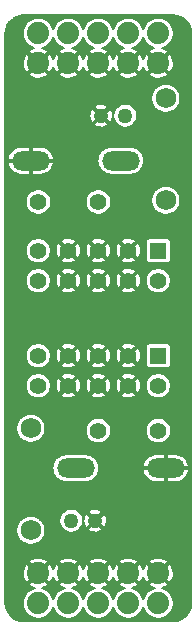
<source format=gbr>
G04 #@! TF.GenerationSoftware,KiCad,Pcbnew,(5.1.5)-3*
G04 #@! TF.CreationDate,2020-03-15T11:41:05-07:00*
G04 #@! TF.ProjectId,bbf-europower,6262662d-6575-4726-9f70-6f7765722e6b,rev?*
G04 #@! TF.SameCoordinates,Original*
G04 #@! TF.FileFunction,Copper,L2,Bot*
G04 #@! TF.FilePolarity,Positive*
%FSLAX46Y46*%
G04 Gerber Fmt 4.6, Leading zero omitted, Abs format (unit mm)*
G04 Created by KiCad (PCBNEW (5.1.5)-3) date 2020-03-15 11:41:05*
%MOMM*%
%LPD*%
G04 APERTURE LIST*
G04 #@! TA.AperFunction,ComponentPad*
%ADD10C,1.879600*%
G04 #@! TD*
G04 #@! TA.AperFunction,ComponentPad*
%ADD11C,1.409600*%
G04 #@! TD*
G04 #@! TA.AperFunction,ComponentPad*
%ADD12R,1.409600X1.409600*%
G04 #@! TD*
G04 #@! TA.AperFunction,ComponentPad*
%ADD13C,1.270000*%
G04 #@! TD*
G04 #@! TA.AperFunction,ComponentPad*
%ADD14O,3.219200X1.609600*%
G04 #@! TD*
G04 #@! TA.AperFunction,ComponentPad*
%ADD15C,1.727200*%
G04 #@! TD*
G04 #@! TA.AperFunction,ComponentPad*
%ADD16C,1.422400*%
G04 #@! TD*
G04 #@! TA.AperFunction,Conductor*
%ADD17C,0.127000*%
G04 #@! TD*
G04 APERTURE END LIST*
D10*
G04 #@! TO.P,JP1,10*
G04 #@! TO.N,VCC*
X153581100Y-80868600D03*
G04 #@! TO.P,JP1,9*
G04 #@! TO.N,GND*
X153581100Y-83408600D03*
G04 #@! TO.P,JP1,8*
G04 #@! TO.N,VCC*
X151041100Y-80868600D03*
G04 #@! TO.P,JP1,7*
G04 #@! TO.N,GND*
X151041100Y-83408600D03*
G04 #@! TO.P,JP1,6*
G04 #@! TO.N,VCC*
X148501100Y-80868600D03*
G04 #@! TO.P,JP1,5*
G04 #@! TO.N,GND*
X148501100Y-83408600D03*
G04 #@! TO.P,JP1,4*
G04 #@! TO.N,VCC*
X145961100Y-80868600D03*
G04 #@! TO.P,JP1,3*
G04 #@! TO.N,GND*
X145961100Y-83408600D03*
G04 #@! TO.P,JP1,2*
G04 #@! TO.N,VCC*
X143421100Y-80868600D03*
G04 #@! TO.P,JP1,1*
G04 #@! TO.N,GND*
X143421100Y-83408600D03*
G04 #@! TD*
G04 #@! TO.P,JP2,10*
G04 #@! TO.N,GND*
X153581100Y-126588600D03*
G04 #@! TO.P,JP2,9*
G04 #@! TO.N,VEE*
X153581100Y-129128600D03*
G04 #@! TO.P,JP2,8*
G04 #@! TO.N,GND*
X151041100Y-126588600D03*
G04 #@! TO.P,JP2,7*
G04 #@! TO.N,VEE*
X151041100Y-129128600D03*
G04 #@! TO.P,JP2,6*
G04 #@! TO.N,GND*
X148501100Y-126588600D03*
G04 #@! TO.P,JP2,5*
G04 #@! TO.N,VEE*
X148501100Y-129128600D03*
G04 #@! TO.P,JP2,4*
G04 #@! TO.N,GND*
X145961100Y-126588600D03*
G04 #@! TO.P,JP2,3*
G04 #@! TO.N,VEE*
X145961100Y-129128600D03*
G04 #@! TO.P,JP2,2*
G04 #@! TO.N,GND*
X143421100Y-126588600D03*
G04 #@! TO.P,JP2,1*
G04 #@! TO.N,VEE*
X143421100Y-129128600D03*
G04 #@! TD*
D11*
G04 #@! TO.P,J1,10*
G04 #@! TO.N,/+12V*
X143421100Y-101823600D03*
G04 #@! TO.P,J1,9*
X143421100Y-99283600D03*
G04 #@! TO.P,J1,8*
G04 #@! TO.N,GND*
X145961100Y-101823600D03*
G04 #@! TO.P,J1,7*
X145961100Y-99283600D03*
G04 #@! TO.P,J1,6*
X148501100Y-101823600D03*
G04 #@! TO.P,J1,5*
X148501100Y-99283600D03*
G04 #@! TO.P,J1,4*
X151041100Y-101823600D03*
G04 #@! TO.P,J1,3*
X151041100Y-99283600D03*
G04 #@! TO.P,J1,2*
G04 #@! TO.N,/-12V*
X153581100Y-101823600D03*
D12*
G04 #@! TO.P,J1,1*
X153581100Y-99283600D03*
G04 #@! TD*
D13*
G04 #@! TO.P,C1,+*
G04 #@! TO.N,VCC*
X150787100Y-87853600D03*
G04 #@! TO.P,C1,-*
G04 #@! TO.N,GND*
X148755100Y-87853600D03*
G04 #@! TD*
G04 #@! TO.P,C2,+*
G04 #@! TO.N,GND*
X148247100Y-122143600D03*
G04 #@! TO.P,C2,-*
G04 #@! TO.N,VEE*
X146215100Y-122143600D03*
G04 #@! TD*
D14*
G04 #@! TO.P,D2,A*
G04 #@! TO.N,Net-(-FUSE1-Pad2)*
X146596100Y-117698600D03*
G04 #@! TO.P,D2,C*
G04 #@! TO.N,GND*
X154216100Y-117698600D03*
G04 #@! TD*
G04 #@! TO.P,D1,A*
G04 #@! TO.N,GND*
X142786100Y-91663600D03*
G04 #@! TO.P,D1,C*
G04 #@! TO.N,Net-(+FUSE1-Pad2)*
X150406100Y-91663600D03*
G04 #@! TD*
D15*
G04 #@! TO.P,L1,1*
G04 #@! TO.N,Net-(+FUSE1-Pad2)*
X154216100Y-95029100D03*
G04 #@! TO.P,L1,2*
G04 #@! TO.N,VCC*
X154216100Y-86393100D03*
G04 #@! TD*
G04 #@! TO.P,L2,1*
G04 #@! TO.N,Net-(-FUSE1-Pad2)*
X142786100Y-114333100D03*
G04 #@! TO.P,L2,2*
G04 #@! TO.N,VEE*
X142786100Y-122969100D03*
G04 #@! TD*
D11*
G04 #@! TO.P,J2,10*
G04 #@! TO.N,/+12V*
X143421100Y-110713600D03*
G04 #@! TO.P,J2,9*
X143421100Y-108173600D03*
G04 #@! TO.P,J2,8*
G04 #@! TO.N,GND*
X145961100Y-110713600D03*
G04 #@! TO.P,J2,7*
X145961100Y-108173600D03*
G04 #@! TO.P,J2,6*
X148501100Y-110713600D03*
G04 #@! TO.P,J2,5*
X148501100Y-108173600D03*
G04 #@! TO.P,J2,4*
X151041100Y-110713600D03*
G04 #@! TO.P,J2,3*
X151041100Y-108173600D03*
G04 #@! TO.P,J2,2*
G04 #@! TO.N,/-12V*
X153581100Y-110713600D03*
D12*
G04 #@! TO.P,J2,1*
X153581100Y-108173600D03*
G04 #@! TD*
D16*
G04 #@! TO.P,+FUSE1,2*
G04 #@! TO.N,Net-(+FUSE1-Pad2)*
X148501100Y-95156100D03*
G04 #@! TO.P,+FUSE1,1*
G04 #@! TO.N,/+12V*
X143421100Y-95156100D03*
G04 #@! TD*
G04 #@! TO.P,-FUSE1,2*
G04 #@! TO.N,Net-(-FUSE1-Pad2)*
X148501100Y-114523600D03*
G04 #@! TO.P,-FUSE1,1*
G04 #@! TO.N,/-12V*
X153581100Y-114523600D03*
G04 #@! TD*
D17*
G04 #@! TO.N,GND*
G36*
X155152415Y-79397350D02*
G01*
X155432636Y-79481954D01*
X155691086Y-79619374D01*
X155917920Y-79804376D01*
X156104502Y-80029914D01*
X156243724Y-80287400D01*
X156330281Y-80567023D01*
X156362801Y-80876426D01*
X156362800Y-129109364D01*
X156332160Y-129421856D01*
X156246991Y-129703949D01*
X156108657Y-129964117D01*
X155922420Y-130192467D01*
X155695377Y-130380292D01*
X155436177Y-130520441D01*
X155154687Y-130607577D01*
X154843354Y-130640300D01*
X142170336Y-130640300D01*
X141857844Y-130609660D01*
X141575751Y-130524491D01*
X141315583Y-130386157D01*
X141087233Y-130199920D01*
X140899408Y-129972877D01*
X140759259Y-129713677D01*
X140672123Y-129432187D01*
X140639400Y-129120854D01*
X140639400Y-128999763D01*
X142113000Y-128999763D01*
X142113000Y-129257437D01*
X142163270Y-129510159D01*
X142261877Y-129748218D01*
X142405033Y-129962465D01*
X142587235Y-130144667D01*
X142801482Y-130287823D01*
X143039541Y-130386430D01*
X143292263Y-130436700D01*
X143549937Y-130436700D01*
X143802659Y-130386430D01*
X144040718Y-130287823D01*
X144254965Y-130144667D01*
X144437167Y-129962465D01*
X144580323Y-129748218D01*
X144678930Y-129510159D01*
X144691100Y-129448977D01*
X144703270Y-129510159D01*
X144801877Y-129748218D01*
X144945033Y-129962465D01*
X145127235Y-130144667D01*
X145341482Y-130287823D01*
X145579541Y-130386430D01*
X145832263Y-130436700D01*
X146089937Y-130436700D01*
X146342659Y-130386430D01*
X146580718Y-130287823D01*
X146794965Y-130144667D01*
X146977167Y-129962465D01*
X147120323Y-129748218D01*
X147218930Y-129510159D01*
X147231100Y-129448977D01*
X147243270Y-129510159D01*
X147341877Y-129748218D01*
X147485033Y-129962465D01*
X147667235Y-130144667D01*
X147881482Y-130287823D01*
X148119541Y-130386430D01*
X148372263Y-130436700D01*
X148629937Y-130436700D01*
X148882659Y-130386430D01*
X149120718Y-130287823D01*
X149334965Y-130144667D01*
X149517167Y-129962465D01*
X149660323Y-129748218D01*
X149758930Y-129510159D01*
X149771100Y-129448977D01*
X149783270Y-129510159D01*
X149881877Y-129748218D01*
X150025033Y-129962465D01*
X150207235Y-130144667D01*
X150421482Y-130287823D01*
X150659541Y-130386430D01*
X150912263Y-130436700D01*
X151169937Y-130436700D01*
X151422659Y-130386430D01*
X151660718Y-130287823D01*
X151874965Y-130144667D01*
X152057167Y-129962465D01*
X152200323Y-129748218D01*
X152298930Y-129510159D01*
X152311100Y-129448977D01*
X152323270Y-129510159D01*
X152421877Y-129748218D01*
X152565033Y-129962465D01*
X152747235Y-130144667D01*
X152961482Y-130287823D01*
X153199541Y-130386430D01*
X153452263Y-130436700D01*
X153709937Y-130436700D01*
X153962659Y-130386430D01*
X154200718Y-130287823D01*
X154414965Y-130144667D01*
X154597167Y-129962465D01*
X154740323Y-129748218D01*
X154838930Y-129510159D01*
X154889200Y-129257437D01*
X154889200Y-128999763D01*
X154838930Y-128747041D01*
X154740323Y-128508982D01*
X154597167Y-128294735D01*
X154414965Y-128112533D01*
X154200718Y-127969377D01*
X153962659Y-127870770D01*
X153903947Y-127859091D01*
X154117766Y-127787599D01*
X154279876Y-127700949D01*
X154380159Y-127512817D01*
X153581100Y-126713758D01*
X152782041Y-127512817D01*
X152882324Y-127700949D01*
X153112759Y-127815900D01*
X153265657Y-127857619D01*
X153199541Y-127870770D01*
X152961482Y-127969377D01*
X152747235Y-128112533D01*
X152565033Y-128294735D01*
X152421877Y-128508982D01*
X152323270Y-128747041D01*
X152311100Y-128808223D01*
X152298930Y-128747041D01*
X152200323Y-128508982D01*
X152057167Y-128294735D01*
X151874965Y-128112533D01*
X151660718Y-127969377D01*
X151422659Y-127870770D01*
X151363947Y-127859091D01*
X151577766Y-127787599D01*
X151739876Y-127700949D01*
X151840159Y-127512817D01*
X151041100Y-126713758D01*
X150242041Y-127512817D01*
X150342324Y-127700949D01*
X150572759Y-127815900D01*
X150725657Y-127857619D01*
X150659541Y-127870770D01*
X150421482Y-127969377D01*
X150207235Y-128112533D01*
X150025033Y-128294735D01*
X149881877Y-128508982D01*
X149783270Y-128747041D01*
X149771100Y-128808223D01*
X149758930Y-128747041D01*
X149660323Y-128508982D01*
X149517167Y-128294735D01*
X149334965Y-128112533D01*
X149120718Y-127969377D01*
X148882659Y-127870770D01*
X148823947Y-127859091D01*
X149037766Y-127787599D01*
X149199876Y-127700949D01*
X149300159Y-127512817D01*
X148501100Y-126713758D01*
X147702041Y-127512817D01*
X147802324Y-127700949D01*
X148032759Y-127815900D01*
X148185657Y-127857619D01*
X148119541Y-127870770D01*
X147881482Y-127969377D01*
X147667235Y-128112533D01*
X147485033Y-128294735D01*
X147341877Y-128508982D01*
X147243270Y-128747041D01*
X147231100Y-128808223D01*
X147218930Y-128747041D01*
X147120323Y-128508982D01*
X146977167Y-128294735D01*
X146794965Y-128112533D01*
X146580718Y-127969377D01*
X146342659Y-127870770D01*
X146283947Y-127859091D01*
X146497766Y-127787599D01*
X146659876Y-127700949D01*
X146760159Y-127512817D01*
X145961100Y-126713758D01*
X145162041Y-127512817D01*
X145262324Y-127700949D01*
X145492759Y-127815900D01*
X145645657Y-127857619D01*
X145579541Y-127870770D01*
X145341482Y-127969377D01*
X145127235Y-128112533D01*
X144945033Y-128294735D01*
X144801877Y-128508982D01*
X144703270Y-128747041D01*
X144691100Y-128808223D01*
X144678930Y-128747041D01*
X144580323Y-128508982D01*
X144437167Y-128294735D01*
X144254965Y-128112533D01*
X144040718Y-127969377D01*
X143802659Y-127870770D01*
X143743947Y-127859091D01*
X143957766Y-127787599D01*
X144119876Y-127700949D01*
X144220159Y-127512817D01*
X143421100Y-126713758D01*
X142622041Y-127512817D01*
X142722324Y-127700949D01*
X142952759Y-127815900D01*
X143105657Y-127857619D01*
X143039541Y-127870770D01*
X142801482Y-127969377D01*
X142587235Y-128112533D01*
X142405033Y-128294735D01*
X142261877Y-128508982D01*
X142163270Y-128747041D01*
X142113000Y-128999763D01*
X140639400Y-128999763D01*
X140639400Y-126625577D01*
X142107997Y-126625577D01*
X142140442Y-126881041D01*
X142222101Y-127125266D01*
X142308751Y-127287376D01*
X142496883Y-127387659D01*
X143295942Y-126588600D01*
X143546258Y-126588600D01*
X144345317Y-127387659D01*
X144533449Y-127287376D01*
X144648400Y-127056941D01*
X144689226Y-126907313D01*
X144762101Y-127125266D01*
X144848751Y-127287376D01*
X145036883Y-127387659D01*
X145835942Y-126588600D01*
X146086258Y-126588600D01*
X146885317Y-127387659D01*
X147073449Y-127287376D01*
X147188400Y-127056941D01*
X147229226Y-126907313D01*
X147302101Y-127125266D01*
X147388751Y-127287376D01*
X147576883Y-127387659D01*
X148375942Y-126588600D01*
X148626258Y-126588600D01*
X149425317Y-127387659D01*
X149613449Y-127287376D01*
X149728400Y-127056941D01*
X149769226Y-126907313D01*
X149842101Y-127125266D01*
X149928751Y-127287376D01*
X150116883Y-127387659D01*
X150915942Y-126588600D01*
X151166258Y-126588600D01*
X151965317Y-127387659D01*
X152153449Y-127287376D01*
X152268400Y-127056941D01*
X152309226Y-126907313D01*
X152382101Y-127125266D01*
X152468751Y-127287376D01*
X152656883Y-127387659D01*
X153455942Y-126588600D01*
X153706258Y-126588600D01*
X154505317Y-127387659D01*
X154693449Y-127287376D01*
X154808400Y-127056941D01*
X154876186Y-126808507D01*
X154894203Y-126551623D01*
X154861758Y-126296159D01*
X154780099Y-126051934D01*
X154693449Y-125889824D01*
X154505317Y-125789541D01*
X153706258Y-126588600D01*
X153455942Y-126588600D01*
X152656883Y-125789541D01*
X152468751Y-125889824D01*
X152353800Y-126120259D01*
X152312974Y-126269887D01*
X152240099Y-126051934D01*
X152153449Y-125889824D01*
X151965317Y-125789541D01*
X151166258Y-126588600D01*
X150915942Y-126588600D01*
X150116883Y-125789541D01*
X149928751Y-125889824D01*
X149813800Y-126120259D01*
X149772974Y-126269887D01*
X149700099Y-126051934D01*
X149613449Y-125889824D01*
X149425317Y-125789541D01*
X148626258Y-126588600D01*
X148375942Y-126588600D01*
X147576883Y-125789541D01*
X147388751Y-125889824D01*
X147273800Y-126120259D01*
X147232974Y-126269887D01*
X147160099Y-126051934D01*
X147073449Y-125889824D01*
X146885317Y-125789541D01*
X146086258Y-126588600D01*
X145835942Y-126588600D01*
X145036883Y-125789541D01*
X144848751Y-125889824D01*
X144733800Y-126120259D01*
X144692974Y-126269887D01*
X144620099Y-126051934D01*
X144533449Y-125889824D01*
X144345317Y-125789541D01*
X143546258Y-126588600D01*
X143295942Y-126588600D01*
X142496883Y-125789541D01*
X142308751Y-125889824D01*
X142193800Y-126120259D01*
X142126014Y-126368693D01*
X142107997Y-126625577D01*
X140639400Y-126625577D01*
X140639400Y-125664383D01*
X142622041Y-125664383D01*
X143421100Y-126463442D01*
X144220159Y-125664383D01*
X145162041Y-125664383D01*
X145961100Y-126463442D01*
X146760159Y-125664383D01*
X147702041Y-125664383D01*
X148501100Y-126463442D01*
X149300159Y-125664383D01*
X150242041Y-125664383D01*
X151041100Y-126463442D01*
X151840159Y-125664383D01*
X152782041Y-125664383D01*
X153581100Y-126463442D01*
X154380159Y-125664383D01*
X154279876Y-125476251D01*
X154049441Y-125361300D01*
X153801007Y-125293514D01*
X153544123Y-125275497D01*
X153288659Y-125307942D01*
X153044434Y-125389601D01*
X152882324Y-125476251D01*
X152782041Y-125664383D01*
X151840159Y-125664383D01*
X151739876Y-125476251D01*
X151509441Y-125361300D01*
X151261007Y-125293514D01*
X151004123Y-125275497D01*
X150748659Y-125307942D01*
X150504434Y-125389601D01*
X150342324Y-125476251D01*
X150242041Y-125664383D01*
X149300159Y-125664383D01*
X149199876Y-125476251D01*
X148969441Y-125361300D01*
X148721007Y-125293514D01*
X148464123Y-125275497D01*
X148208659Y-125307942D01*
X147964434Y-125389601D01*
X147802324Y-125476251D01*
X147702041Y-125664383D01*
X146760159Y-125664383D01*
X146659876Y-125476251D01*
X146429441Y-125361300D01*
X146181007Y-125293514D01*
X145924123Y-125275497D01*
X145668659Y-125307942D01*
X145424434Y-125389601D01*
X145262324Y-125476251D01*
X145162041Y-125664383D01*
X144220159Y-125664383D01*
X144119876Y-125476251D01*
X143889441Y-125361300D01*
X143641007Y-125293514D01*
X143384123Y-125275497D01*
X143128659Y-125307942D01*
X142884434Y-125389601D01*
X142722324Y-125476251D01*
X142622041Y-125664383D01*
X140639400Y-125664383D01*
X140639400Y-122847768D01*
X141554200Y-122847768D01*
X141554200Y-123090432D01*
X141601541Y-123328432D01*
X141694404Y-123552624D01*
X141829221Y-123754391D01*
X142000809Y-123925979D01*
X142202576Y-124060796D01*
X142426768Y-124153659D01*
X142664768Y-124201000D01*
X142907432Y-124201000D01*
X143145432Y-124153659D01*
X143369624Y-124060796D01*
X143571391Y-123925979D01*
X143742979Y-123754391D01*
X143877796Y-123552624D01*
X143970659Y-123328432D01*
X144018000Y-123090432D01*
X144018000Y-122847768D01*
X143970659Y-122609768D01*
X143877796Y-122385576D01*
X143742979Y-122183809D01*
X143603954Y-122044784D01*
X145211800Y-122044784D01*
X145211800Y-122242416D01*
X145250356Y-122436252D01*
X145325987Y-122618841D01*
X145435786Y-122783167D01*
X145575533Y-122922914D01*
X145739859Y-123032713D01*
X145922448Y-123108344D01*
X146116284Y-123146900D01*
X146313916Y-123146900D01*
X146507752Y-123108344D01*
X146690341Y-123032713D01*
X146854667Y-122922914D01*
X146927095Y-122850486D01*
X147665372Y-122850486D01*
X147728882Y-123007432D01*
X147907365Y-123091933D01*
X148098904Y-123139991D01*
X148296137Y-123149757D01*
X148491487Y-123120858D01*
X148677444Y-123054402D01*
X148765318Y-123007432D01*
X148828828Y-122850486D01*
X148247100Y-122268758D01*
X147665372Y-122850486D01*
X146927095Y-122850486D01*
X146994414Y-122783167D01*
X147104213Y-122618841D01*
X147179844Y-122436252D01*
X147218400Y-122242416D01*
X147218400Y-122192637D01*
X147240943Y-122192637D01*
X147269842Y-122387987D01*
X147336298Y-122573944D01*
X147383268Y-122661818D01*
X147540214Y-122725328D01*
X148121942Y-122143600D01*
X148372258Y-122143600D01*
X148953986Y-122725328D01*
X149110932Y-122661818D01*
X149195433Y-122483335D01*
X149243491Y-122291796D01*
X149253257Y-122094563D01*
X149224358Y-121899213D01*
X149157902Y-121713256D01*
X149110932Y-121625382D01*
X148953986Y-121561872D01*
X148372258Y-122143600D01*
X148121942Y-122143600D01*
X147540214Y-121561872D01*
X147383268Y-121625382D01*
X147298767Y-121803865D01*
X147250709Y-121995404D01*
X147240943Y-122192637D01*
X147218400Y-122192637D01*
X147218400Y-122044784D01*
X147179844Y-121850948D01*
X147104213Y-121668359D01*
X146994414Y-121504033D01*
X146927095Y-121436714D01*
X147665372Y-121436714D01*
X148247100Y-122018442D01*
X148828828Y-121436714D01*
X148765318Y-121279768D01*
X148586835Y-121195267D01*
X148395296Y-121147209D01*
X148198063Y-121137443D01*
X148002713Y-121166342D01*
X147816756Y-121232798D01*
X147728882Y-121279768D01*
X147665372Y-121436714D01*
X146927095Y-121436714D01*
X146854667Y-121364286D01*
X146690341Y-121254487D01*
X146507752Y-121178856D01*
X146313916Y-121140300D01*
X146116284Y-121140300D01*
X145922448Y-121178856D01*
X145739859Y-121254487D01*
X145575533Y-121364286D01*
X145435786Y-121504033D01*
X145325987Y-121668359D01*
X145250356Y-121850948D01*
X145211800Y-122044784D01*
X143603954Y-122044784D01*
X143571391Y-122012221D01*
X143369624Y-121877404D01*
X143145432Y-121784541D01*
X142907432Y-121737200D01*
X142664768Y-121737200D01*
X142426768Y-121784541D01*
X142202576Y-121877404D01*
X142000809Y-122012221D01*
X141829221Y-122183809D01*
X141694404Y-122385576D01*
X141601541Y-122609768D01*
X141554200Y-122847768D01*
X140639400Y-122847768D01*
X140639400Y-117698600D01*
X144612524Y-117698600D01*
X144635174Y-117928568D01*
X144702253Y-118149698D01*
X144811184Y-118353493D01*
X144957779Y-118532121D01*
X145136407Y-118678716D01*
X145340202Y-118787647D01*
X145561332Y-118854726D01*
X145733671Y-118871700D01*
X147458529Y-118871700D01*
X147630868Y-118854726D01*
X147851998Y-118787647D01*
X148055793Y-118678716D01*
X148234421Y-118532121D01*
X148381016Y-118353493D01*
X148489947Y-118149698D01*
X148544799Y-117968875D01*
X152270581Y-117968875D01*
X152294369Y-118065456D01*
X152387401Y-118276309D01*
X152519780Y-118464961D01*
X152686420Y-118624163D01*
X152880917Y-118747796D01*
X153095796Y-118831109D01*
X153322800Y-118870900D01*
X154127600Y-118870900D01*
X154127600Y-117787100D01*
X154304600Y-117787100D01*
X154304600Y-118870900D01*
X155109400Y-118870900D01*
X155336404Y-118831109D01*
X155551283Y-118747796D01*
X155745780Y-118624163D01*
X155912420Y-118464961D01*
X156044799Y-118276309D01*
X156137831Y-118065456D01*
X156161619Y-117968875D01*
X156097694Y-117787100D01*
X154304600Y-117787100D01*
X154127600Y-117787100D01*
X152334506Y-117787100D01*
X152270581Y-117968875D01*
X148544799Y-117968875D01*
X148557026Y-117928568D01*
X148579676Y-117698600D01*
X148557026Y-117468632D01*
X148544800Y-117428325D01*
X152270581Y-117428325D01*
X152334506Y-117610100D01*
X154127600Y-117610100D01*
X154127600Y-116526300D01*
X154304600Y-116526300D01*
X154304600Y-117610100D01*
X156097694Y-117610100D01*
X156161619Y-117428325D01*
X156137831Y-117331744D01*
X156044799Y-117120891D01*
X155912420Y-116932239D01*
X155745780Y-116773037D01*
X155551283Y-116649404D01*
X155336404Y-116566091D01*
X155109400Y-116526300D01*
X154304600Y-116526300D01*
X154127600Y-116526300D01*
X153322800Y-116526300D01*
X153095796Y-116566091D01*
X152880917Y-116649404D01*
X152686420Y-116773037D01*
X152519780Y-116932239D01*
X152387401Y-117120891D01*
X152294369Y-117331744D01*
X152270581Y-117428325D01*
X148544800Y-117428325D01*
X148489947Y-117247502D01*
X148381016Y-117043707D01*
X148234421Y-116865079D01*
X148055793Y-116718484D01*
X147851998Y-116609553D01*
X147630868Y-116542474D01*
X147458529Y-116525500D01*
X145733671Y-116525500D01*
X145561332Y-116542474D01*
X145340202Y-116609553D01*
X145136407Y-116718484D01*
X144957779Y-116865079D01*
X144811184Y-117043707D01*
X144702253Y-117247502D01*
X144635174Y-117468632D01*
X144612524Y-117698600D01*
X140639400Y-117698600D01*
X140639400Y-114211768D01*
X141554200Y-114211768D01*
X141554200Y-114454432D01*
X141601541Y-114692432D01*
X141694404Y-114916624D01*
X141829221Y-115118391D01*
X142000809Y-115289979D01*
X142202576Y-115424796D01*
X142426768Y-115517659D01*
X142664768Y-115565000D01*
X142907432Y-115565000D01*
X143145432Y-115517659D01*
X143369624Y-115424796D01*
X143571391Y-115289979D01*
X143742979Y-115118391D01*
X143877796Y-114916624D01*
X143970659Y-114692432D01*
X144018000Y-114454432D01*
X144018000Y-114417279D01*
X147421600Y-114417279D01*
X147421600Y-114629921D01*
X147463085Y-114838478D01*
X147544460Y-115034935D01*
X147662598Y-115211741D01*
X147812959Y-115362102D01*
X147989765Y-115480240D01*
X148186222Y-115561615D01*
X148394779Y-115603100D01*
X148607421Y-115603100D01*
X148815978Y-115561615D01*
X149012435Y-115480240D01*
X149189241Y-115362102D01*
X149339602Y-115211741D01*
X149457740Y-115034935D01*
X149539115Y-114838478D01*
X149580600Y-114629921D01*
X149580600Y-114417279D01*
X152501600Y-114417279D01*
X152501600Y-114629921D01*
X152543085Y-114838478D01*
X152624460Y-115034935D01*
X152742598Y-115211741D01*
X152892959Y-115362102D01*
X153069765Y-115480240D01*
X153266222Y-115561615D01*
X153474779Y-115603100D01*
X153687421Y-115603100D01*
X153895978Y-115561615D01*
X154092435Y-115480240D01*
X154269241Y-115362102D01*
X154419602Y-115211741D01*
X154537740Y-115034935D01*
X154619115Y-114838478D01*
X154660600Y-114629921D01*
X154660600Y-114417279D01*
X154619115Y-114208722D01*
X154537740Y-114012265D01*
X154419602Y-113835459D01*
X154269241Y-113685098D01*
X154092435Y-113566960D01*
X153895978Y-113485585D01*
X153687421Y-113444100D01*
X153474779Y-113444100D01*
X153266222Y-113485585D01*
X153069765Y-113566960D01*
X152892959Y-113685098D01*
X152742598Y-113835459D01*
X152624460Y-114012265D01*
X152543085Y-114208722D01*
X152501600Y-114417279D01*
X149580600Y-114417279D01*
X149539115Y-114208722D01*
X149457740Y-114012265D01*
X149339602Y-113835459D01*
X149189241Y-113685098D01*
X149012435Y-113566960D01*
X148815978Y-113485585D01*
X148607421Y-113444100D01*
X148394779Y-113444100D01*
X148186222Y-113485585D01*
X147989765Y-113566960D01*
X147812959Y-113685098D01*
X147662598Y-113835459D01*
X147544460Y-114012265D01*
X147463085Y-114208722D01*
X147421600Y-114417279D01*
X144018000Y-114417279D01*
X144018000Y-114211768D01*
X143970659Y-113973768D01*
X143877796Y-113749576D01*
X143742979Y-113547809D01*
X143571391Y-113376221D01*
X143369624Y-113241404D01*
X143145432Y-113148541D01*
X142907432Y-113101200D01*
X142664768Y-113101200D01*
X142426768Y-113148541D01*
X142202576Y-113241404D01*
X142000809Y-113376221D01*
X141829221Y-113547809D01*
X141694404Y-113749576D01*
X141601541Y-113973768D01*
X141554200Y-114211768D01*
X140639400Y-114211768D01*
X140639400Y-110607909D01*
X142348000Y-110607909D01*
X142348000Y-110819291D01*
X142389239Y-111026612D01*
X142470131Y-111221903D01*
X142587569Y-111397661D01*
X142737039Y-111547131D01*
X142912797Y-111664569D01*
X143108088Y-111745461D01*
X143315409Y-111786700D01*
X143526791Y-111786700D01*
X143734112Y-111745461D01*
X143929403Y-111664569D01*
X144105161Y-111547131D01*
X144181994Y-111470298D01*
X145329560Y-111470298D01*
X145401506Y-111634380D01*
X145591894Y-111725859D01*
X145796471Y-111778437D01*
X146007374Y-111790094D01*
X146216498Y-111760382D01*
X146415809Y-111690443D01*
X146520694Y-111634380D01*
X146592640Y-111470298D01*
X147869560Y-111470298D01*
X147941506Y-111634380D01*
X148131894Y-111725859D01*
X148336471Y-111778437D01*
X148547374Y-111790094D01*
X148756498Y-111760382D01*
X148955809Y-111690443D01*
X149060694Y-111634380D01*
X149132640Y-111470298D01*
X150409560Y-111470298D01*
X150481506Y-111634380D01*
X150671894Y-111725859D01*
X150876471Y-111778437D01*
X151087374Y-111790094D01*
X151296498Y-111760382D01*
X151495809Y-111690443D01*
X151600694Y-111634380D01*
X151672640Y-111470298D01*
X151041100Y-110838758D01*
X150409560Y-111470298D01*
X149132640Y-111470298D01*
X148501100Y-110838758D01*
X147869560Y-111470298D01*
X146592640Y-111470298D01*
X145961100Y-110838758D01*
X145329560Y-111470298D01*
X144181994Y-111470298D01*
X144254631Y-111397661D01*
X144372069Y-111221903D01*
X144452961Y-111026612D01*
X144494200Y-110819291D01*
X144494200Y-110759874D01*
X144884606Y-110759874D01*
X144914318Y-110968998D01*
X144984257Y-111168309D01*
X145040320Y-111273194D01*
X145204402Y-111345140D01*
X145835942Y-110713600D01*
X146086258Y-110713600D01*
X146717798Y-111345140D01*
X146881880Y-111273194D01*
X146973359Y-111082806D01*
X147025937Y-110878229D01*
X147032478Y-110759874D01*
X147424606Y-110759874D01*
X147454318Y-110968998D01*
X147524257Y-111168309D01*
X147580320Y-111273194D01*
X147744402Y-111345140D01*
X148375942Y-110713600D01*
X148626258Y-110713600D01*
X149257798Y-111345140D01*
X149421880Y-111273194D01*
X149513359Y-111082806D01*
X149565937Y-110878229D01*
X149572478Y-110759874D01*
X149964606Y-110759874D01*
X149994318Y-110968998D01*
X150064257Y-111168309D01*
X150120320Y-111273194D01*
X150284402Y-111345140D01*
X150915942Y-110713600D01*
X151166258Y-110713600D01*
X151797798Y-111345140D01*
X151961880Y-111273194D01*
X152053359Y-111082806D01*
X152105937Y-110878229D01*
X152117594Y-110667326D01*
X152109153Y-110607909D01*
X152508000Y-110607909D01*
X152508000Y-110819291D01*
X152549239Y-111026612D01*
X152630131Y-111221903D01*
X152747569Y-111397661D01*
X152897039Y-111547131D01*
X153072797Y-111664569D01*
X153268088Y-111745461D01*
X153475409Y-111786700D01*
X153686791Y-111786700D01*
X153894112Y-111745461D01*
X154089403Y-111664569D01*
X154265161Y-111547131D01*
X154414631Y-111397661D01*
X154532069Y-111221903D01*
X154612961Y-111026612D01*
X154654200Y-110819291D01*
X154654200Y-110607909D01*
X154612961Y-110400588D01*
X154532069Y-110205297D01*
X154414631Y-110029539D01*
X154265161Y-109880069D01*
X154089403Y-109762631D01*
X153894112Y-109681739D01*
X153686791Y-109640500D01*
X153475409Y-109640500D01*
X153268088Y-109681739D01*
X153072797Y-109762631D01*
X152897039Y-109880069D01*
X152747569Y-110029539D01*
X152630131Y-110205297D01*
X152549239Y-110400588D01*
X152508000Y-110607909D01*
X152109153Y-110607909D01*
X152087882Y-110458202D01*
X152017943Y-110258891D01*
X151961880Y-110154006D01*
X151797798Y-110082060D01*
X151166258Y-110713600D01*
X150915942Y-110713600D01*
X150284402Y-110082060D01*
X150120320Y-110154006D01*
X150028841Y-110344394D01*
X149976263Y-110548971D01*
X149964606Y-110759874D01*
X149572478Y-110759874D01*
X149577594Y-110667326D01*
X149547882Y-110458202D01*
X149477943Y-110258891D01*
X149421880Y-110154006D01*
X149257798Y-110082060D01*
X148626258Y-110713600D01*
X148375942Y-110713600D01*
X147744402Y-110082060D01*
X147580320Y-110154006D01*
X147488841Y-110344394D01*
X147436263Y-110548971D01*
X147424606Y-110759874D01*
X147032478Y-110759874D01*
X147037594Y-110667326D01*
X147007882Y-110458202D01*
X146937943Y-110258891D01*
X146881880Y-110154006D01*
X146717798Y-110082060D01*
X146086258Y-110713600D01*
X145835942Y-110713600D01*
X145204402Y-110082060D01*
X145040320Y-110154006D01*
X144948841Y-110344394D01*
X144896263Y-110548971D01*
X144884606Y-110759874D01*
X144494200Y-110759874D01*
X144494200Y-110607909D01*
X144452961Y-110400588D01*
X144372069Y-110205297D01*
X144254631Y-110029539D01*
X144181994Y-109956902D01*
X145329560Y-109956902D01*
X145961100Y-110588442D01*
X146592640Y-109956902D01*
X147869560Y-109956902D01*
X148501100Y-110588442D01*
X149132640Y-109956902D01*
X150409560Y-109956902D01*
X151041100Y-110588442D01*
X151672640Y-109956902D01*
X151600694Y-109792820D01*
X151410306Y-109701341D01*
X151205729Y-109648763D01*
X150994826Y-109637106D01*
X150785702Y-109666818D01*
X150586391Y-109736757D01*
X150481506Y-109792820D01*
X150409560Y-109956902D01*
X149132640Y-109956902D01*
X149060694Y-109792820D01*
X148870306Y-109701341D01*
X148665729Y-109648763D01*
X148454826Y-109637106D01*
X148245702Y-109666818D01*
X148046391Y-109736757D01*
X147941506Y-109792820D01*
X147869560Y-109956902D01*
X146592640Y-109956902D01*
X146520694Y-109792820D01*
X146330306Y-109701341D01*
X146125729Y-109648763D01*
X145914826Y-109637106D01*
X145705702Y-109666818D01*
X145506391Y-109736757D01*
X145401506Y-109792820D01*
X145329560Y-109956902D01*
X144181994Y-109956902D01*
X144105161Y-109880069D01*
X143929403Y-109762631D01*
X143734112Y-109681739D01*
X143526791Y-109640500D01*
X143315409Y-109640500D01*
X143108088Y-109681739D01*
X142912797Y-109762631D01*
X142737039Y-109880069D01*
X142587569Y-110029539D01*
X142470131Y-110205297D01*
X142389239Y-110400588D01*
X142348000Y-110607909D01*
X140639400Y-110607909D01*
X140639400Y-108067909D01*
X142348000Y-108067909D01*
X142348000Y-108279291D01*
X142389239Y-108486612D01*
X142470131Y-108681903D01*
X142587569Y-108857661D01*
X142737039Y-109007131D01*
X142912797Y-109124569D01*
X143108088Y-109205461D01*
X143315409Y-109246700D01*
X143526791Y-109246700D01*
X143734112Y-109205461D01*
X143929403Y-109124569D01*
X144105161Y-109007131D01*
X144181994Y-108930298D01*
X145329560Y-108930298D01*
X145401506Y-109094380D01*
X145591894Y-109185859D01*
X145796471Y-109238437D01*
X146007374Y-109250094D01*
X146216498Y-109220382D01*
X146415809Y-109150443D01*
X146520694Y-109094380D01*
X146592640Y-108930298D01*
X147869560Y-108930298D01*
X147941506Y-109094380D01*
X148131894Y-109185859D01*
X148336471Y-109238437D01*
X148547374Y-109250094D01*
X148756498Y-109220382D01*
X148955809Y-109150443D01*
X149060694Y-109094380D01*
X149132640Y-108930298D01*
X150409560Y-108930298D01*
X150481506Y-109094380D01*
X150671894Y-109185859D01*
X150876471Y-109238437D01*
X151087374Y-109250094D01*
X151296498Y-109220382D01*
X151495809Y-109150443D01*
X151600694Y-109094380D01*
X151672640Y-108930298D01*
X151041100Y-108298758D01*
X150409560Y-108930298D01*
X149132640Y-108930298D01*
X148501100Y-108298758D01*
X147869560Y-108930298D01*
X146592640Y-108930298D01*
X145961100Y-108298758D01*
X145329560Y-108930298D01*
X144181994Y-108930298D01*
X144254631Y-108857661D01*
X144372069Y-108681903D01*
X144452961Y-108486612D01*
X144494200Y-108279291D01*
X144494200Y-108219874D01*
X144884606Y-108219874D01*
X144914318Y-108428998D01*
X144984257Y-108628309D01*
X145040320Y-108733194D01*
X145204402Y-108805140D01*
X145835942Y-108173600D01*
X146086258Y-108173600D01*
X146717798Y-108805140D01*
X146881880Y-108733194D01*
X146973359Y-108542806D01*
X147025937Y-108338229D01*
X147032478Y-108219874D01*
X147424606Y-108219874D01*
X147454318Y-108428998D01*
X147524257Y-108628309D01*
X147580320Y-108733194D01*
X147744402Y-108805140D01*
X148375942Y-108173600D01*
X148626258Y-108173600D01*
X149257798Y-108805140D01*
X149421880Y-108733194D01*
X149513359Y-108542806D01*
X149565937Y-108338229D01*
X149572478Y-108219874D01*
X149964606Y-108219874D01*
X149994318Y-108428998D01*
X150064257Y-108628309D01*
X150120320Y-108733194D01*
X150284402Y-108805140D01*
X150915942Y-108173600D01*
X151166258Y-108173600D01*
X151797798Y-108805140D01*
X151961880Y-108733194D01*
X152053359Y-108542806D01*
X152105937Y-108338229D01*
X152117594Y-108127326D01*
X152087882Y-107918202D01*
X152017943Y-107718891D01*
X151961880Y-107614006D01*
X151797798Y-107542060D01*
X151166258Y-108173600D01*
X150915942Y-108173600D01*
X150284402Y-107542060D01*
X150120320Y-107614006D01*
X150028841Y-107804394D01*
X149976263Y-108008971D01*
X149964606Y-108219874D01*
X149572478Y-108219874D01*
X149577594Y-108127326D01*
X149547882Y-107918202D01*
X149477943Y-107718891D01*
X149421880Y-107614006D01*
X149257798Y-107542060D01*
X148626258Y-108173600D01*
X148375942Y-108173600D01*
X147744402Y-107542060D01*
X147580320Y-107614006D01*
X147488841Y-107804394D01*
X147436263Y-108008971D01*
X147424606Y-108219874D01*
X147032478Y-108219874D01*
X147037594Y-108127326D01*
X147007882Y-107918202D01*
X146937943Y-107718891D01*
X146881880Y-107614006D01*
X146717798Y-107542060D01*
X146086258Y-108173600D01*
X145835942Y-108173600D01*
X145204402Y-107542060D01*
X145040320Y-107614006D01*
X144948841Y-107804394D01*
X144896263Y-108008971D01*
X144884606Y-108219874D01*
X144494200Y-108219874D01*
X144494200Y-108067909D01*
X144452961Y-107860588D01*
X144372069Y-107665297D01*
X144254631Y-107489539D01*
X144181994Y-107416902D01*
X145329560Y-107416902D01*
X145961100Y-108048442D01*
X146592640Y-107416902D01*
X147869560Y-107416902D01*
X148501100Y-108048442D01*
X149132640Y-107416902D01*
X150409560Y-107416902D01*
X151041100Y-108048442D01*
X151620742Y-107468800D01*
X152506218Y-107468800D01*
X152506218Y-108878400D01*
X152513329Y-108950599D01*
X152534389Y-109020024D01*
X152568588Y-109084007D01*
X152614613Y-109140087D01*
X152670693Y-109186112D01*
X152734676Y-109220311D01*
X152804101Y-109241371D01*
X152876300Y-109248482D01*
X154285900Y-109248482D01*
X154358099Y-109241371D01*
X154427524Y-109220311D01*
X154491507Y-109186112D01*
X154547587Y-109140087D01*
X154593612Y-109084007D01*
X154627811Y-109020024D01*
X154648871Y-108950599D01*
X154655982Y-108878400D01*
X154655982Y-107468800D01*
X154648871Y-107396601D01*
X154627811Y-107327176D01*
X154593612Y-107263193D01*
X154547587Y-107207113D01*
X154491507Y-107161088D01*
X154427524Y-107126889D01*
X154358099Y-107105829D01*
X154285900Y-107098718D01*
X152876300Y-107098718D01*
X152804101Y-107105829D01*
X152734676Y-107126889D01*
X152670693Y-107161088D01*
X152614613Y-107207113D01*
X152568588Y-107263193D01*
X152534389Y-107327176D01*
X152513329Y-107396601D01*
X152506218Y-107468800D01*
X151620742Y-107468800D01*
X151672640Y-107416902D01*
X151600694Y-107252820D01*
X151410306Y-107161341D01*
X151205729Y-107108763D01*
X150994826Y-107097106D01*
X150785702Y-107126818D01*
X150586391Y-107196757D01*
X150481506Y-107252820D01*
X150409560Y-107416902D01*
X149132640Y-107416902D01*
X149060694Y-107252820D01*
X148870306Y-107161341D01*
X148665729Y-107108763D01*
X148454826Y-107097106D01*
X148245702Y-107126818D01*
X148046391Y-107196757D01*
X147941506Y-107252820D01*
X147869560Y-107416902D01*
X146592640Y-107416902D01*
X146520694Y-107252820D01*
X146330306Y-107161341D01*
X146125729Y-107108763D01*
X145914826Y-107097106D01*
X145705702Y-107126818D01*
X145506391Y-107196757D01*
X145401506Y-107252820D01*
X145329560Y-107416902D01*
X144181994Y-107416902D01*
X144105161Y-107340069D01*
X143929403Y-107222631D01*
X143734112Y-107141739D01*
X143526791Y-107100500D01*
X143315409Y-107100500D01*
X143108088Y-107141739D01*
X142912797Y-107222631D01*
X142737039Y-107340069D01*
X142587569Y-107489539D01*
X142470131Y-107665297D01*
X142389239Y-107860588D01*
X142348000Y-108067909D01*
X140639400Y-108067909D01*
X140639400Y-101717909D01*
X142348000Y-101717909D01*
X142348000Y-101929291D01*
X142389239Y-102136612D01*
X142470131Y-102331903D01*
X142587569Y-102507661D01*
X142737039Y-102657131D01*
X142912797Y-102774569D01*
X143108088Y-102855461D01*
X143315409Y-102896700D01*
X143526791Y-102896700D01*
X143734112Y-102855461D01*
X143929403Y-102774569D01*
X144105161Y-102657131D01*
X144181994Y-102580298D01*
X145329560Y-102580298D01*
X145401506Y-102744380D01*
X145591894Y-102835859D01*
X145796471Y-102888437D01*
X146007374Y-102900094D01*
X146216498Y-102870382D01*
X146415809Y-102800443D01*
X146520694Y-102744380D01*
X146592640Y-102580298D01*
X147869560Y-102580298D01*
X147941506Y-102744380D01*
X148131894Y-102835859D01*
X148336471Y-102888437D01*
X148547374Y-102900094D01*
X148756498Y-102870382D01*
X148955809Y-102800443D01*
X149060694Y-102744380D01*
X149132640Y-102580298D01*
X150409560Y-102580298D01*
X150481506Y-102744380D01*
X150671894Y-102835859D01*
X150876471Y-102888437D01*
X151087374Y-102900094D01*
X151296498Y-102870382D01*
X151495809Y-102800443D01*
X151600694Y-102744380D01*
X151672640Y-102580298D01*
X151041100Y-101948758D01*
X150409560Y-102580298D01*
X149132640Y-102580298D01*
X148501100Y-101948758D01*
X147869560Y-102580298D01*
X146592640Y-102580298D01*
X145961100Y-101948758D01*
X145329560Y-102580298D01*
X144181994Y-102580298D01*
X144254631Y-102507661D01*
X144372069Y-102331903D01*
X144452961Y-102136612D01*
X144494200Y-101929291D01*
X144494200Y-101869874D01*
X144884606Y-101869874D01*
X144914318Y-102078998D01*
X144984257Y-102278309D01*
X145040320Y-102383194D01*
X145204402Y-102455140D01*
X145835942Y-101823600D01*
X146086258Y-101823600D01*
X146717798Y-102455140D01*
X146881880Y-102383194D01*
X146973359Y-102192806D01*
X147025937Y-101988229D01*
X147032478Y-101869874D01*
X147424606Y-101869874D01*
X147454318Y-102078998D01*
X147524257Y-102278309D01*
X147580320Y-102383194D01*
X147744402Y-102455140D01*
X148375942Y-101823600D01*
X148626258Y-101823600D01*
X149257798Y-102455140D01*
X149421880Y-102383194D01*
X149513359Y-102192806D01*
X149565937Y-101988229D01*
X149572478Y-101869874D01*
X149964606Y-101869874D01*
X149994318Y-102078998D01*
X150064257Y-102278309D01*
X150120320Y-102383194D01*
X150284402Y-102455140D01*
X150915942Y-101823600D01*
X151166258Y-101823600D01*
X151797798Y-102455140D01*
X151961880Y-102383194D01*
X152053359Y-102192806D01*
X152105937Y-101988229D01*
X152117594Y-101777326D01*
X152109153Y-101717909D01*
X152508000Y-101717909D01*
X152508000Y-101929291D01*
X152549239Y-102136612D01*
X152630131Y-102331903D01*
X152747569Y-102507661D01*
X152897039Y-102657131D01*
X153072797Y-102774569D01*
X153268088Y-102855461D01*
X153475409Y-102896700D01*
X153686791Y-102896700D01*
X153894112Y-102855461D01*
X154089403Y-102774569D01*
X154265161Y-102657131D01*
X154414631Y-102507661D01*
X154532069Y-102331903D01*
X154612961Y-102136612D01*
X154654200Y-101929291D01*
X154654200Y-101717909D01*
X154612961Y-101510588D01*
X154532069Y-101315297D01*
X154414631Y-101139539D01*
X154265161Y-100990069D01*
X154089403Y-100872631D01*
X153894112Y-100791739D01*
X153686791Y-100750500D01*
X153475409Y-100750500D01*
X153268088Y-100791739D01*
X153072797Y-100872631D01*
X152897039Y-100990069D01*
X152747569Y-101139539D01*
X152630131Y-101315297D01*
X152549239Y-101510588D01*
X152508000Y-101717909D01*
X152109153Y-101717909D01*
X152087882Y-101568202D01*
X152017943Y-101368891D01*
X151961880Y-101264006D01*
X151797798Y-101192060D01*
X151166258Y-101823600D01*
X150915942Y-101823600D01*
X150284402Y-101192060D01*
X150120320Y-101264006D01*
X150028841Y-101454394D01*
X149976263Y-101658971D01*
X149964606Y-101869874D01*
X149572478Y-101869874D01*
X149577594Y-101777326D01*
X149547882Y-101568202D01*
X149477943Y-101368891D01*
X149421880Y-101264006D01*
X149257798Y-101192060D01*
X148626258Y-101823600D01*
X148375942Y-101823600D01*
X147744402Y-101192060D01*
X147580320Y-101264006D01*
X147488841Y-101454394D01*
X147436263Y-101658971D01*
X147424606Y-101869874D01*
X147032478Y-101869874D01*
X147037594Y-101777326D01*
X147007882Y-101568202D01*
X146937943Y-101368891D01*
X146881880Y-101264006D01*
X146717798Y-101192060D01*
X146086258Y-101823600D01*
X145835942Y-101823600D01*
X145204402Y-101192060D01*
X145040320Y-101264006D01*
X144948841Y-101454394D01*
X144896263Y-101658971D01*
X144884606Y-101869874D01*
X144494200Y-101869874D01*
X144494200Y-101717909D01*
X144452961Y-101510588D01*
X144372069Y-101315297D01*
X144254631Y-101139539D01*
X144181994Y-101066902D01*
X145329560Y-101066902D01*
X145961100Y-101698442D01*
X146592640Y-101066902D01*
X147869560Y-101066902D01*
X148501100Y-101698442D01*
X149132640Y-101066902D01*
X150409560Y-101066902D01*
X151041100Y-101698442D01*
X151672640Y-101066902D01*
X151600694Y-100902820D01*
X151410306Y-100811341D01*
X151205729Y-100758763D01*
X150994826Y-100747106D01*
X150785702Y-100776818D01*
X150586391Y-100846757D01*
X150481506Y-100902820D01*
X150409560Y-101066902D01*
X149132640Y-101066902D01*
X149060694Y-100902820D01*
X148870306Y-100811341D01*
X148665729Y-100758763D01*
X148454826Y-100747106D01*
X148245702Y-100776818D01*
X148046391Y-100846757D01*
X147941506Y-100902820D01*
X147869560Y-101066902D01*
X146592640Y-101066902D01*
X146520694Y-100902820D01*
X146330306Y-100811341D01*
X146125729Y-100758763D01*
X145914826Y-100747106D01*
X145705702Y-100776818D01*
X145506391Y-100846757D01*
X145401506Y-100902820D01*
X145329560Y-101066902D01*
X144181994Y-101066902D01*
X144105161Y-100990069D01*
X143929403Y-100872631D01*
X143734112Y-100791739D01*
X143526791Y-100750500D01*
X143315409Y-100750500D01*
X143108088Y-100791739D01*
X142912797Y-100872631D01*
X142737039Y-100990069D01*
X142587569Y-101139539D01*
X142470131Y-101315297D01*
X142389239Y-101510588D01*
X142348000Y-101717909D01*
X140639400Y-101717909D01*
X140639400Y-99177909D01*
X142348000Y-99177909D01*
X142348000Y-99389291D01*
X142389239Y-99596612D01*
X142470131Y-99791903D01*
X142587569Y-99967661D01*
X142737039Y-100117131D01*
X142912797Y-100234569D01*
X143108088Y-100315461D01*
X143315409Y-100356700D01*
X143526791Y-100356700D01*
X143734112Y-100315461D01*
X143929403Y-100234569D01*
X144105161Y-100117131D01*
X144181994Y-100040298D01*
X145329560Y-100040298D01*
X145401506Y-100204380D01*
X145591894Y-100295859D01*
X145796471Y-100348437D01*
X146007374Y-100360094D01*
X146216498Y-100330382D01*
X146415809Y-100260443D01*
X146520694Y-100204380D01*
X146592640Y-100040298D01*
X147869560Y-100040298D01*
X147941506Y-100204380D01*
X148131894Y-100295859D01*
X148336471Y-100348437D01*
X148547374Y-100360094D01*
X148756498Y-100330382D01*
X148955809Y-100260443D01*
X149060694Y-100204380D01*
X149132640Y-100040298D01*
X150409560Y-100040298D01*
X150481506Y-100204380D01*
X150671894Y-100295859D01*
X150876471Y-100348437D01*
X151087374Y-100360094D01*
X151296498Y-100330382D01*
X151495809Y-100260443D01*
X151600694Y-100204380D01*
X151672640Y-100040298D01*
X151041100Y-99408758D01*
X150409560Y-100040298D01*
X149132640Y-100040298D01*
X148501100Y-99408758D01*
X147869560Y-100040298D01*
X146592640Y-100040298D01*
X145961100Y-99408758D01*
X145329560Y-100040298D01*
X144181994Y-100040298D01*
X144254631Y-99967661D01*
X144372069Y-99791903D01*
X144452961Y-99596612D01*
X144494200Y-99389291D01*
X144494200Y-99329874D01*
X144884606Y-99329874D01*
X144914318Y-99538998D01*
X144984257Y-99738309D01*
X145040320Y-99843194D01*
X145204402Y-99915140D01*
X145835942Y-99283600D01*
X146086258Y-99283600D01*
X146717798Y-99915140D01*
X146881880Y-99843194D01*
X146973359Y-99652806D01*
X147025937Y-99448229D01*
X147032478Y-99329874D01*
X147424606Y-99329874D01*
X147454318Y-99538998D01*
X147524257Y-99738309D01*
X147580320Y-99843194D01*
X147744402Y-99915140D01*
X148375942Y-99283600D01*
X148626258Y-99283600D01*
X149257798Y-99915140D01*
X149421880Y-99843194D01*
X149513359Y-99652806D01*
X149565937Y-99448229D01*
X149572478Y-99329874D01*
X149964606Y-99329874D01*
X149994318Y-99538998D01*
X150064257Y-99738309D01*
X150120320Y-99843194D01*
X150284402Y-99915140D01*
X150915942Y-99283600D01*
X151166258Y-99283600D01*
X151797798Y-99915140D01*
X151961880Y-99843194D01*
X152053359Y-99652806D01*
X152105937Y-99448229D01*
X152117594Y-99237326D01*
X152087882Y-99028202D01*
X152017943Y-98828891D01*
X151961880Y-98724006D01*
X151797798Y-98652060D01*
X151166258Y-99283600D01*
X150915942Y-99283600D01*
X150284402Y-98652060D01*
X150120320Y-98724006D01*
X150028841Y-98914394D01*
X149976263Y-99118971D01*
X149964606Y-99329874D01*
X149572478Y-99329874D01*
X149577594Y-99237326D01*
X149547882Y-99028202D01*
X149477943Y-98828891D01*
X149421880Y-98724006D01*
X149257798Y-98652060D01*
X148626258Y-99283600D01*
X148375942Y-99283600D01*
X147744402Y-98652060D01*
X147580320Y-98724006D01*
X147488841Y-98914394D01*
X147436263Y-99118971D01*
X147424606Y-99329874D01*
X147032478Y-99329874D01*
X147037594Y-99237326D01*
X147007882Y-99028202D01*
X146937943Y-98828891D01*
X146881880Y-98724006D01*
X146717798Y-98652060D01*
X146086258Y-99283600D01*
X145835942Y-99283600D01*
X145204402Y-98652060D01*
X145040320Y-98724006D01*
X144948841Y-98914394D01*
X144896263Y-99118971D01*
X144884606Y-99329874D01*
X144494200Y-99329874D01*
X144494200Y-99177909D01*
X144452961Y-98970588D01*
X144372069Y-98775297D01*
X144254631Y-98599539D01*
X144181994Y-98526902D01*
X145329560Y-98526902D01*
X145961100Y-99158442D01*
X146592640Y-98526902D01*
X147869560Y-98526902D01*
X148501100Y-99158442D01*
X149132640Y-98526902D01*
X150409560Y-98526902D01*
X151041100Y-99158442D01*
X151620742Y-98578800D01*
X152506218Y-98578800D01*
X152506218Y-99988400D01*
X152513329Y-100060599D01*
X152534389Y-100130024D01*
X152568588Y-100194007D01*
X152614613Y-100250087D01*
X152670693Y-100296112D01*
X152734676Y-100330311D01*
X152804101Y-100351371D01*
X152876300Y-100358482D01*
X154285900Y-100358482D01*
X154358099Y-100351371D01*
X154427524Y-100330311D01*
X154491507Y-100296112D01*
X154547587Y-100250087D01*
X154593612Y-100194007D01*
X154627811Y-100130024D01*
X154648871Y-100060599D01*
X154655982Y-99988400D01*
X154655982Y-98578800D01*
X154648871Y-98506601D01*
X154627811Y-98437176D01*
X154593612Y-98373193D01*
X154547587Y-98317113D01*
X154491507Y-98271088D01*
X154427524Y-98236889D01*
X154358099Y-98215829D01*
X154285900Y-98208718D01*
X152876300Y-98208718D01*
X152804101Y-98215829D01*
X152734676Y-98236889D01*
X152670693Y-98271088D01*
X152614613Y-98317113D01*
X152568588Y-98373193D01*
X152534389Y-98437176D01*
X152513329Y-98506601D01*
X152506218Y-98578800D01*
X151620742Y-98578800D01*
X151672640Y-98526902D01*
X151600694Y-98362820D01*
X151410306Y-98271341D01*
X151205729Y-98218763D01*
X150994826Y-98207106D01*
X150785702Y-98236818D01*
X150586391Y-98306757D01*
X150481506Y-98362820D01*
X150409560Y-98526902D01*
X149132640Y-98526902D01*
X149060694Y-98362820D01*
X148870306Y-98271341D01*
X148665729Y-98218763D01*
X148454826Y-98207106D01*
X148245702Y-98236818D01*
X148046391Y-98306757D01*
X147941506Y-98362820D01*
X147869560Y-98526902D01*
X146592640Y-98526902D01*
X146520694Y-98362820D01*
X146330306Y-98271341D01*
X146125729Y-98218763D01*
X145914826Y-98207106D01*
X145705702Y-98236818D01*
X145506391Y-98306757D01*
X145401506Y-98362820D01*
X145329560Y-98526902D01*
X144181994Y-98526902D01*
X144105161Y-98450069D01*
X143929403Y-98332631D01*
X143734112Y-98251739D01*
X143526791Y-98210500D01*
X143315409Y-98210500D01*
X143108088Y-98251739D01*
X142912797Y-98332631D01*
X142737039Y-98450069D01*
X142587569Y-98599539D01*
X142470131Y-98775297D01*
X142389239Y-98970588D01*
X142348000Y-99177909D01*
X140639400Y-99177909D01*
X140639400Y-95049779D01*
X142341600Y-95049779D01*
X142341600Y-95262421D01*
X142383085Y-95470978D01*
X142464460Y-95667435D01*
X142582598Y-95844241D01*
X142732959Y-95994602D01*
X142909765Y-96112740D01*
X143106222Y-96194115D01*
X143314779Y-96235600D01*
X143527421Y-96235600D01*
X143735978Y-96194115D01*
X143932435Y-96112740D01*
X144109241Y-95994602D01*
X144259602Y-95844241D01*
X144377740Y-95667435D01*
X144459115Y-95470978D01*
X144500600Y-95262421D01*
X144500600Y-95049779D01*
X147421600Y-95049779D01*
X147421600Y-95262421D01*
X147463085Y-95470978D01*
X147544460Y-95667435D01*
X147662598Y-95844241D01*
X147812959Y-95994602D01*
X147989765Y-96112740D01*
X148186222Y-96194115D01*
X148394779Y-96235600D01*
X148607421Y-96235600D01*
X148815978Y-96194115D01*
X149012435Y-96112740D01*
X149189241Y-95994602D01*
X149339602Y-95844241D01*
X149457740Y-95667435D01*
X149539115Y-95470978D01*
X149580600Y-95262421D01*
X149580600Y-95049779D01*
X149552352Y-94907768D01*
X152984200Y-94907768D01*
X152984200Y-95150432D01*
X153031541Y-95388432D01*
X153124404Y-95612624D01*
X153259221Y-95814391D01*
X153430809Y-95985979D01*
X153632576Y-96120796D01*
X153856768Y-96213659D01*
X154094768Y-96261000D01*
X154337432Y-96261000D01*
X154575432Y-96213659D01*
X154799624Y-96120796D01*
X155001391Y-95985979D01*
X155172979Y-95814391D01*
X155307796Y-95612624D01*
X155400659Y-95388432D01*
X155448000Y-95150432D01*
X155448000Y-94907768D01*
X155400659Y-94669768D01*
X155307796Y-94445576D01*
X155172979Y-94243809D01*
X155001391Y-94072221D01*
X154799624Y-93937404D01*
X154575432Y-93844541D01*
X154337432Y-93797200D01*
X154094768Y-93797200D01*
X153856768Y-93844541D01*
X153632576Y-93937404D01*
X153430809Y-94072221D01*
X153259221Y-94243809D01*
X153124404Y-94445576D01*
X153031541Y-94669768D01*
X152984200Y-94907768D01*
X149552352Y-94907768D01*
X149539115Y-94841222D01*
X149457740Y-94644765D01*
X149339602Y-94467959D01*
X149189241Y-94317598D01*
X149012435Y-94199460D01*
X148815978Y-94118085D01*
X148607421Y-94076600D01*
X148394779Y-94076600D01*
X148186222Y-94118085D01*
X147989765Y-94199460D01*
X147812959Y-94317598D01*
X147662598Y-94467959D01*
X147544460Y-94644765D01*
X147463085Y-94841222D01*
X147421600Y-95049779D01*
X144500600Y-95049779D01*
X144459115Y-94841222D01*
X144377740Y-94644765D01*
X144259602Y-94467959D01*
X144109241Y-94317598D01*
X143932435Y-94199460D01*
X143735978Y-94118085D01*
X143527421Y-94076600D01*
X143314779Y-94076600D01*
X143106222Y-94118085D01*
X142909765Y-94199460D01*
X142732959Y-94317598D01*
X142582598Y-94467959D01*
X142464460Y-94644765D01*
X142383085Y-94841222D01*
X142341600Y-95049779D01*
X140639400Y-95049779D01*
X140639400Y-91933875D01*
X140840581Y-91933875D01*
X140864369Y-92030456D01*
X140957401Y-92241309D01*
X141089780Y-92429961D01*
X141256420Y-92589163D01*
X141450917Y-92712796D01*
X141665796Y-92796109D01*
X141892800Y-92835900D01*
X142697600Y-92835900D01*
X142697600Y-91752100D01*
X142874600Y-91752100D01*
X142874600Y-92835900D01*
X143679400Y-92835900D01*
X143906404Y-92796109D01*
X144121283Y-92712796D01*
X144315780Y-92589163D01*
X144482420Y-92429961D01*
X144614799Y-92241309D01*
X144707831Y-92030456D01*
X144731619Y-91933875D01*
X144667694Y-91752100D01*
X142874600Y-91752100D01*
X142697600Y-91752100D01*
X140904506Y-91752100D01*
X140840581Y-91933875D01*
X140639400Y-91933875D01*
X140639400Y-91663600D01*
X148422524Y-91663600D01*
X148445174Y-91893568D01*
X148512253Y-92114698D01*
X148621184Y-92318493D01*
X148767779Y-92497121D01*
X148946407Y-92643716D01*
X149150202Y-92752647D01*
X149371332Y-92819726D01*
X149543671Y-92836700D01*
X151268529Y-92836700D01*
X151440868Y-92819726D01*
X151661998Y-92752647D01*
X151865793Y-92643716D01*
X152044421Y-92497121D01*
X152191016Y-92318493D01*
X152299947Y-92114698D01*
X152367026Y-91893568D01*
X152389676Y-91663600D01*
X152367026Y-91433632D01*
X152299947Y-91212502D01*
X152191016Y-91008707D01*
X152044421Y-90830079D01*
X151865793Y-90683484D01*
X151661998Y-90574553D01*
X151440868Y-90507474D01*
X151268529Y-90490500D01*
X149543671Y-90490500D01*
X149371332Y-90507474D01*
X149150202Y-90574553D01*
X148946407Y-90683484D01*
X148767779Y-90830079D01*
X148621184Y-91008707D01*
X148512253Y-91212502D01*
X148445174Y-91433632D01*
X148422524Y-91663600D01*
X140639400Y-91663600D01*
X140639400Y-91393325D01*
X140840581Y-91393325D01*
X140904506Y-91575100D01*
X142697600Y-91575100D01*
X142697600Y-90491300D01*
X142874600Y-90491300D01*
X142874600Y-91575100D01*
X144667694Y-91575100D01*
X144731619Y-91393325D01*
X144707831Y-91296744D01*
X144614799Y-91085891D01*
X144482420Y-90897239D01*
X144315780Y-90738037D01*
X144121283Y-90614404D01*
X143906404Y-90531091D01*
X143679400Y-90491300D01*
X142874600Y-90491300D01*
X142697600Y-90491300D01*
X141892800Y-90491300D01*
X141665796Y-90531091D01*
X141450917Y-90614404D01*
X141256420Y-90738037D01*
X141089780Y-90897239D01*
X140957401Y-91085891D01*
X140864369Y-91296744D01*
X140840581Y-91393325D01*
X140639400Y-91393325D01*
X140639400Y-88560486D01*
X148173372Y-88560486D01*
X148236882Y-88717432D01*
X148415365Y-88801933D01*
X148606904Y-88849991D01*
X148804137Y-88859757D01*
X148999487Y-88830858D01*
X149185444Y-88764402D01*
X149273318Y-88717432D01*
X149336828Y-88560486D01*
X148755100Y-87978758D01*
X148173372Y-88560486D01*
X140639400Y-88560486D01*
X140639400Y-87902637D01*
X147748943Y-87902637D01*
X147777842Y-88097987D01*
X147844298Y-88283944D01*
X147891268Y-88371818D01*
X148048214Y-88435328D01*
X148629942Y-87853600D01*
X148880258Y-87853600D01*
X149461986Y-88435328D01*
X149618932Y-88371818D01*
X149703433Y-88193335D01*
X149751491Y-88001796D01*
X149761257Y-87804563D01*
X149753893Y-87754784D01*
X149783800Y-87754784D01*
X149783800Y-87952416D01*
X149822356Y-88146252D01*
X149897987Y-88328841D01*
X150007786Y-88493167D01*
X150147533Y-88632914D01*
X150311859Y-88742713D01*
X150494448Y-88818344D01*
X150688284Y-88856900D01*
X150885916Y-88856900D01*
X151079752Y-88818344D01*
X151262341Y-88742713D01*
X151426667Y-88632914D01*
X151566414Y-88493167D01*
X151676213Y-88328841D01*
X151751844Y-88146252D01*
X151790400Y-87952416D01*
X151790400Y-87754784D01*
X151751844Y-87560948D01*
X151676213Y-87378359D01*
X151566414Y-87214033D01*
X151426667Y-87074286D01*
X151262341Y-86964487D01*
X151079752Y-86888856D01*
X150885916Y-86850300D01*
X150688284Y-86850300D01*
X150494448Y-86888856D01*
X150311859Y-86964487D01*
X150147533Y-87074286D01*
X150007786Y-87214033D01*
X149897987Y-87378359D01*
X149822356Y-87560948D01*
X149783800Y-87754784D01*
X149753893Y-87754784D01*
X149732358Y-87609213D01*
X149665902Y-87423256D01*
X149618932Y-87335382D01*
X149461986Y-87271872D01*
X148880258Y-87853600D01*
X148629942Y-87853600D01*
X148048214Y-87271872D01*
X147891268Y-87335382D01*
X147806767Y-87513865D01*
X147758709Y-87705404D01*
X147748943Y-87902637D01*
X140639400Y-87902637D01*
X140639400Y-87146714D01*
X148173372Y-87146714D01*
X148755100Y-87728442D01*
X149336828Y-87146714D01*
X149273318Y-86989768D01*
X149094835Y-86905267D01*
X148903296Y-86857209D01*
X148706063Y-86847443D01*
X148510713Y-86876342D01*
X148324756Y-86942798D01*
X148236882Y-86989768D01*
X148173372Y-87146714D01*
X140639400Y-87146714D01*
X140639400Y-86271768D01*
X152984200Y-86271768D01*
X152984200Y-86514432D01*
X153031541Y-86752432D01*
X153124404Y-86976624D01*
X153259221Y-87178391D01*
X153430809Y-87349979D01*
X153632576Y-87484796D01*
X153856768Y-87577659D01*
X154094768Y-87625000D01*
X154337432Y-87625000D01*
X154575432Y-87577659D01*
X154799624Y-87484796D01*
X155001391Y-87349979D01*
X155172979Y-87178391D01*
X155307796Y-86976624D01*
X155400659Y-86752432D01*
X155448000Y-86514432D01*
X155448000Y-86271768D01*
X155400659Y-86033768D01*
X155307796Y-85809576D01*
X155172979Y-85607809D01*
X155001391Y-85436221D01*
X154799624Y-85301404D01*
X154575432Y-85208541D01*
X154337432Y-85161200D01*
X154094768Y-85161200D01*
X153856768Y-85208541D01*
X153632576Y-85301404D01*
X153430809Y-85436221D01*
X153259221Y-85607809D01*
X153124404Y-85809576D01*
X153031541Y-86033768D01*
X152984200Y-86271768D01*
X140639400Y-86271768D01*
X140639400Y-84332817D01*
X142622041Y-84332817D01*
X142722324Y-84520949D01*
X142952759Y-84635900D01*
X143201193Y-84703686D01*
X143458077Y-84721703D01*
X143713541Y-84689258D01*
X143957766Y-84607599D01*
X144119876Y-84520949D01*
X144220159Y-84332817D01*
X145162041Y-84332817D01*
X145262324Y-84520949D01*
X145492759Y-84635900D01*
X145741193Y-84703686D01*
X145998077Y-84721703D01*
X146253541Y-84689258D01*
X146497766Y-84607599D01*
X146659876Y-84520949D01*
X146760159Y-84332817D01*
X147702041Y-84332817D01*
X147802324Y-84520949D01*
X148032759Y-84635900D01*
X148281193Y-84703686D01*
X148538077Y-84721703D01*
X148793541Y-84689258D01*
X149037766Y-84607599D01*
X149199876Y-84520949D01*
X149300159Y-84332817D01*
X150242041Y-84332817D01*
X150342324Y-84520949D01*
X150572759Y-84635900D01*
X150821193Y-84703686D01*
X151078077Y-84721703D01*
X151333541Y-84689258D01*
X151577766Y-84607599D01*
X151739876Y-84520949D01*
X151840159Y-84332817D01*
X152782041Y-84332817D01*
X152882324Y-84520949D01*
X153112759Y-84635900D01*
X153361193Y-84703686D01*
X153618077Y-84721703D01*
X153873541Y-84689258D01*
X154117766Y-84607599D01*
X154279876Y-84520949D01*
X154380159Y-84332817D01*
X153581100Y-83533758D01*
X152782041Y-84332817D01*
X151840159Y-84332817D01*
X151041100Y-83533758D01*
X150242041Y-84332817D01*
X149300159Y-84332817D01*
X148501100Y-83533758D01*
X147702041Y-84332817D01*
X146760159Y-84332817D01*
X145961100Y-83533758D01*
X145162041Y-84332817D01*
X144220159Y-84332817D01*
X143421100Y-83533758D01*
X142622041Y-84332817D01*
X140639400Y-84332817D01*
X140639400Y-83445577D01*
X142107997Y-83445577D01*
X142140442Y-83701041D01*
X142222101Y-83945266D01*
X142308751Y-84107376D01*
X142496883Y-84207659D01*
X143295942Y-83408600D01*
X143546258Y-83408600D01*
X144345317Y-84207659D01*
X144533449Y-84107376D01*
X144648400Y-83876941D01*
X144689226Y-83727313D01*
X144762101Y-83945266D01*
X144848751Y-84107376D01*
X145036883Y-84207659D01*
X145835942Y-83408600D01*
X146086258Y-83408600D01*
X146885317Y-84207659D01*
X147073449Y-84107376D01*
X147188400Y-83876941D01*
X147229226Y-83727313D01*
X147302101Y-83945266D01*
X147388751Y-84107376D01*
X147576883Y-84207659D01*
X148375942Y-83408600D01*
X148626258Y-83408600D01*
X149425317Y-84207659D01*
X149613449Y-84107376D01*
X149728400Y-83876941D01*
X149769226Y-83727313D01*
X149842101Y-83945266D01*
X149928751Y-84107376D01*
X150116883Y-84207659D01*
X150915942Y-83408600D01*
X151166258Y-83408600D01*
X151965317Y-84207659D01*
X152153449Y-84107376D01*
X152268400Y-83876941D01*
X152309226Y-83727313D01*
X152382101Y-83945266D01*
X152468751Y-84107376D01*
X152656883Y-84207659D01*
X153455942Y-83408600D01*
X153706258Y-83408600D01*
X154505317Y-84207659D01*
X154693449Y-84107376D01*
X154808400Y-83876941D01*
X154876186Y-83628507D01*
X154894203Y-83371623D01*
X154861758Y-83116159D01*
X154780099Y-82871934D01*
X154693449Y-82709824D01*
X154505317Y-82609541D01*
X153706258Y-83408600D01*
X153455942Y-83408600D01*
X152656883Y-82609541D01*
X152468751Y-82709824D01*
X152353800Y-82940259D01*
X152312974Y-83089887D01*
X152240099Y-82871934D01*
X152153449Y-82709824D01*
X151965317Y-82609541D01*
X151166258Y-83408600D01*
X150915942Y-83408600D01*
X150116883Y-82609541D01*
X149928751Y-82709824D01*
X149813800Y-82940259D01*
X149772974Y-83089887D01*
X149700099Y-82871934D01*
X149613449Y-82709824D01*
X149425317Y-82609541D01*
X148626258Y-83408600D01*
X148375942Y-83408600D01*
X147576883Y-82609541D01*
X147388751Y-82709824D01*
X147273800Y-82940259D01*
X147232974Y-83089887D01*
X147160099Y-82871934D01*
X147073449Y-82709824D01*
X146885317Y-82609541D01*
X146086258Y-83408600D01*
X145835942Y-83408600D01*
X145036883Y-82609541D01*
X144848751Y-82709824D01*
X144733800Y-82940259D01*
X144692974Y-83089887D01*
X144620099Y-82871934D01*
X144533449Y-82709824D01*
X144345317Y-82609541D01*
X143546258Y-83408600D01*
X143295942Y-83408600D01*
X142496883Y-82609541D01*
X142308751Y-82709824D01*
X142193800Y-82940259D01*
X142126014Y-83188693D01*
X142107997Y-83445577D01*
X140639400Y-83445577D01*
X140639400Y-80887836D01*
X140653918Y-80739763D01*
X142113000Y-80739763D01*
X142113000Y-80997437D01*
X142163270Y-81250159D01*
X142261877Y-81488218D01*
X142405033Y-81702465D01*
X142587235Y-81884667D01*
X142801482Y-82027823D01*
X143039541Y-82126430D01*
X143098253Y-82138109D01*
X142884434Y-82209601D01*
X142722324Y-82296251D01*
X142622041Y-82484383D01*
X143421100Y-83283442D01*
X144220159Y-82484383D01*
X144119876Y-82296251D01*
X143889441Y-82181300D01*
X143736543Y-82139581D01*
X143802659Y-82126430D01*
X144040718Y-82027823D01*
X144254965Y-81884667D01*
X144437167Y-81702465D01*
X144580323Y-81488218D01*
X144678930Y-81250159D01*
X144691100Y-81188977D01*
X144703270Y-81250159D01*
X144801877Y-81488218D01*
X144945033Y-81702465D01*
X145127235Y-81884667D01*
X145341482Y-82027823D01*
X145579541Y-82126430D01*
X145638253Y-82138109D01*
X145424434Y-82209601D01*
X145262324Y-82296251D01*
X145162041Y-82484383D01*
X145961100Y-83283442D01*
X146760159Y-82484383D01*
X146659876Y-82296251D01*
X146429441Y-82181300D01*
X146276543Y-82139581D01*
X146342659Y-82126430D01*
X146580718Y-82027823D01*
X146794965Y-81884667D01*
X146977167Y-81702465D01*
X147120323Y-81488218D01*
X147218930Y-81250159D01*
X147231100Y-81188977D01*
X147243270Y-81250159D01*
X147341877Y-81488218D01*
X147485033Y-81702465D01*
X147667235Y-81884667D01*
X147881482Y-82027823D01*
X148119541Y-82126430D01*
X148178253Y-82138109D01*
X147964434Y-82209601D01*
X147802324Y-82296251D01*
X147702041Y-82484383D01*
X148501100Y-83283442D01*
X149300159Y-82484383D01*
X149199876Y-82296251D01*
X148969441Y-82181300D01*
X148816543Y-82139581D01*
X148882659Y-82126430D01*
X149120718Y-82027823D01*
X149334965Y-81884667D01*
X149517167Y-81702465D01*
X149660323Y-81488218D01*
X149758930Y-81250159D01*
X149771100Y-81188977D01*
X149783270Y-81250159D01*
X149881877Y-81488218D01*
X150025033Y-81702465D01*
X150207235Y-81884667D01*
X150421482Y-82027823D01*
X150659541Y-82126430D01*
X150718253Y-82138109D01*
X150504434Y-82209601D01*
X150342324Y-82296251D01*
X150242041Y-82484383D01*
X151041100Y-83283442D01*
X151840159Y-82484383D01*
X151739876Y-82296251D01*
X151509441Y-82181300D01*
X151356543Y-82139581D01*
X151422659Y-82126430D01*
X151660718Y-82027823D01*
X151874965Y-81884667D01*
X152057167Y-81702465D01*
X152200323Y-81488218D01*
X152298930Y-81250159D01*
X152311100Y-81188977D01*
X152323270Y-81250159D01*
X152421877Y-81488218D01*
X152565033Y-81702465D01*
X152747235Y-81884667D01*
X152961482Y-82027823D01*
X153199541Y-82126430D01*
X153258253Y-82138109D01*
X153044434Y-82209601D01*
X152882324Y-82296251D01*
X152782041Y-82484383D01*
X153581100Y-83283442D01*
X154380159Y-82484383D01*
X154279876Y-82296251D01*
X154049441Y-82181300D01*
X153896543Y-82139581D01*
X153962659Y-82126430D01*
X154200718Y-82027823D01*
X154414965Y-81884667D01*
X154597167Y-81702465D01*
X154740323Y-81488218D01*
X154838930Y-81250159D01*
X154889200Y-80997437D01*
X154889200Y-80739763D01*
X154838930Y-80487041D01*
X154740323Y-80248982D01*
X154597167Y-80034735D01*
X154414965Y-79852533D01*
X154200718Y-79709377D01*
X153962659Y-79610770D01*
X153709937Y-79560500D01*
X153452263Y-79560500D01*
X153199541Y-79610770D01*
X152961482Y-79709377D01*
X152747235Y-79852533D01*
X152565033Y-80034735D01*
X152421877Y-80248982D01*
X152323270Y-80487041D01*
X152311100Y-80548223D01*
X152298930Y-80487041D01*
X152200323Y-80248982D01*
X152057167Y-80034735D01*
X151874965Y-79852533D01*
X151660718Y-79709377D01*
X151422659Y-79610770D01*
X151169937Y-79560500D01*
X150912263Y-79560500D01*
X150659541Y-79610770D01*
X150421482Y-79709377D01*
X150207235Y-79852533D01*
X150025033Y-80034735D01*
X149881877Y-80248982D01*
X149783270Y-80487041D01*
X149771100Y-80548223D01*
X149758930Y-80487041D01*
X149660323Y-80248982D01*
X149517167Y-80034735D01*
X149334965Y-79852533D01*
X149120718Y-79709377D01*
X148882659Y-79610770D01*
X148629937Y-79560500D01*
X148372263Y-79560500D01*
X148119541Y-79610770D01*
X147881482Y-79709377D01*
X147667235Y-79852533D01*
X147485033Y-80034735D01*
X147341877Y-80248982D01*
X147243270Y-80487041D01*
X147231100Y-80548223D01*
X147218930Y-80487041D01*
X147120323Y-80248982D01*
X146977167Y-80034735D01*
X146794965Y-79852533D01*
X146580718Y-79709377D01*
X146342659Y-79610770D01*
X146089937Y-79560500D01*
X145832263Y-79560500D01*
X145579541Y-79610770D01*
X145341482Y-79709377D01*
X145127235Y-79852533D01*
X144945033Y-80034735D01*
X144801877Y-80248982D01*
X144703270Y-80487041D01*
X144691100Y-80548223D01*
X144678930Y-80487041D01*
X144580323Y-80248982D01*
X144437167Y-80034735D01*
X144254965Y-79852533D01*
X144040718Y-79709377D01*
X143802659Y-79610770D01*
X143549937Y-79560500D01*
X143292263Y-79560500D01*
X143039541Y-79610770D01*
X142801482Y-79709377D01*
X142587235Y-79852533D01*
X142405033Y-80034735D01*
X142261877Y-80248982D01*
X142163270Y-80487041D01*
X142113000Y-80739763D01*
X140653918Y-80739763D01*
X140669850Y-80577285D01*
X140754454Y-80297064D01*
X140891874Y-80038614D01*
X141076876Y-79811780D01*
X141302414Y-79625198D01*
X141559900Y-79485976D01*
X141839523Y-79399419D01*
X142148916Y-79366900D01*
X154841864Y-79366900D01*
X155152415Y-79397350D01*
G37*
X155152415Y-79397350D02*
X155432636Y-79481954D01*
X155691086Y-79619374D01*
X155917920Y-79804376D01*
X156104502Y-80029914D01*
X156243724Y-80287400D01*
X156330281Y-80567023D01*
X156362801Y-80876426D01*
X156362800Y-129109364D01*
X156332160Y-129421856D01*
X156246991Y-129703949D01*
X156108657Y-129964117D01*
X155922420Y-130192467D01*
X155695377Y-130380292D01*
X155436177Y-130520441D01*
X155154687Y-130607577D01*
X154843354Y-130640300D01*
X142170336Y-130640300D01*
X141857844Y-130609660D01*
X141575751Y-130524491D01*
X141315583Y-130386157D01*
X141087233Y-130199920D01*
X140899408Y-129972877D01*
X140759259Y-129713677D01*
X140672123Y-129432187D01*
X140639400Y-129120854D01*
X140639400Y-128999763D01*
X142113000Y-128999763D01*
X142113000Y-129257437D01*
X142163270Y-129510159D01*
X142261877Y-129748218D01*
X142405033Y-129962465D01*
X142587235Y-130144667D01*
X142801482Y-130287823D01*
X143039541Y-130386430D01*
X143292263Y-130436700D01*
X143549937Y-130436700D01*
X143802659Y-130386430D01*
X144040718Y-130287823D01*
X144254965Y-130144667D01*
X144437167Y-129962465D01*
X144580323Y-129748218D01*
X144678930Y-129510159D01*
X144691100Y-129448977D01*
X144703270Y-129510159D01*
X144801877Y-129748218D01*
X144945033Y-129962465D01*
X145127235Y-130144667D01*
X145341482Y-130287823D01*
X145579541Y-130386430D01*
X145832263Y-130436700D01*
X146089937Y-130436700D01*
X146342659Y-130386430D01*
X146580718Y-130287823D01*
X146794965Y-130144667D01*
X146977167Y-129962465D01*
X147120323Y-129748218D01*
X147218930Y-129510159D01*
X147231100Y-129448977D01*
X147243270Y-129510159D01*
X147341877Y-129748218D01*
X147485033Y-129962465D01*
X147667235Y-130144667D01*
X147881482Y-130287823D01*
X148119541Y-130386430D01*
X148372263Y-130436700D01*
X148629937Y-130436700D01*
X148882659Y-130386430D01*
X149120718Y-130287823D01*
X149334965Y-130144667D01*
X149517167Y-129962465D01*
X149660323Y-129748218D01*
X149758930Y-129510159D01*
X149771100Y-129448977D01*
X149783270Y-129510159D01*
X149881877Y-129748218D01*
X150025033Y-129962465D01*
X150207235Y-130144667D01*
X150421482Y-130287823D01*
X150659541Y-130386430D01*
X150912263Y-130436700D01*
X151169937Y-130436700D01*
X151422659Y-130386430D01*
X151660718Y-130287823D01*
X151874965Y-130144667D01*
X152057167Y-129962465D01*
X152200323Y-129748218D01*
X152298930Y-129510159D01*
X152311100Y-129448977D01*
X152323270Y-129510159D01*
X152421877Y-129748218D01*
X152565033Y-129962465D01*
X152747235Y-130144667D01*
X152961482Y-130287823D01*
X153199541Y-130386430D01*
X153452263Y-130436700D01*
X153709937Y-130436700D01*
X153962659Y-130386430D01*
X154200718Y-130287823D01*
X154414965Y-130144667D01*
X154597167Y-129962465D01*
X154740323Y-129748218D01*
X154838930Y-129510159D01*
X154889200Y-129257437D01*
X154889200Y-128999763D01*
X154838930Y-128747041D01*
X154740323Y-128508982D01*
X154597167Y-128294735D01*
X154414965Y-128112533D01*
X154200718Y-127969377D01*
X153962659Y-127870770D01*
X153903947Y-127859091D01*
X154117766Y-127787599D01*
X154279876Y-127700949D01*
X154380159Y-127512817D01*
X153581100Y-126713758D01*
X152782041Y-127512817D01*
X152882324Y-127700949D01*
X153112759Y-127815900D01*
X153265657Y-127857619D01*
X153199541Y-127870770D01*
X152961482Y-127969377D01*
X152747235Y-128112533D01*
X152565033Y-128294735D01*
X152421877Y-128508982D01*
X152323270Y-128747041D01*
X152311100Y-128808223D01*
X152298930Y-128747041D01*
X152200323Y-128508982D01*
X152057167Y-128294735D01*
X151874965Y-128112533D01*
X151660718Y-127969377D01*
X151422659Y-127870770D01*
X151363947Y-127859091D01*
X151577766Y-127787599D01*
X151739876Y-127700949D01*
X151840159Y-127512817D01*
X151041100Y-126713758D01*
X150242041Y-127512817D01*
X150342324Y-127700949D01*
X150572759Y-127815900D01*
X150725657Y-127857619D01*
X150659541Y-127870770D01*
X150421482Y-127969377D01*
X150207235Y-128112533D01*
X150025033Y-128294735D01*
X149881877Y-128508982D01*
X149783270Y-128747041D01*
X149771100Y-128808223D01*
X149758930Y-128747041D01*
X149660323Y-128508982D01*
X149517167Y-128294735D01*
X149334965Y-128112533D01*
X149120718Y-127969377D01*
X148882659Y-127870770D01*
X148823947Y-127859091D01*
X149037766Y-127787599D01*
X149199876Y-127700949D01*
X149300159Y-127512817D01*
X148501100Y-126713758D01*
X147702041Y-127512817D01*
X147802324Y-127700949D01*
X148032759Y-127815900D01*
X148185657Y-127857619D01*
X148119541Y-127870770D01*
X147881482Y-127969377D01*
X147667235Y-128112533D01*
X147485033Y-128294735D01*
X147341877Y-128508982D01*
X147243270Y-128747041D01*
X147231100Y-128808223D01*
X147218930Y-128747041D01*
X147120323Y-128508982D01*
X146977167Y-128294735D01*
X146794965Y-128112533D01*
X146580718Y-127969377D01*
X146342659Y-127870770D01*
X146283947Y-127859091D01*
X146497766Y-127787599D01*
X146659876Y-127700949D01*
X146760159Y-127512817D01*
X145961100Y-126713758D01*
X145162041Y-127512817D01*
X145262324Y-127700949D01*
X145492759Y-127815900D01*
X145645657Y-127857619D01*
X145579541Y-127870770D01*
X145341482Y-127969377D01*
X145127235Y-128112533D01*
X144945033Y-128294735D01*
X144801877Y-128508982D01*
X144703270Y-128747041D01*
X144691100Y-128808223D01*
X144678930Y-128747041D01*
X144580323Y-128508982D01*
X144437167Y-128294735D01*
X144254965Y-128112533D01*
X144040718Y-127969377D01*
X143802659Y-127870770D01*
X143743947Y-127859091D01*
X143957766Y-127787599D01*
X144119876Y-127700949D01*
X144220159Y-127512817D01*
X143421100Y-126713758D01*
X142622041Y-127512817D01*
X142722324Y-127700949D01*
X142952759Y-127815900D01*
X143105657Y-127857619D01*
X143039541Y-127870770D01*
X142801482Y-127969377D01*
X142587235Y-128112533D01*
X142405033Y-128294735D01*
X142261877Y-128508982D01*
X142163270Y-128747041D01*
X142113000Y-128999763D01*
X140639400Y-128999763D01*
X140639400Y-126625577D01*
X142107997Y-126625577D01*
X142140442Y-126881041D01*
X142222101Y-127125266D01*
X142308751Y-127287376D01*
X142496883Y-127387659D01*
X143295942Y-126588600D01*
X143546258Y-126588600D01*
X144345317Y-127387659D01*
X144533449Y-127287376D01*
X144648400Y-127056941D01*
X144689226Y-126907313D01*
X144762101Y-127125266D01*
X144848751Y-127287376D01*
X145036883Y-127387659D01*
X145835942Y-126588600D01*
X146086258Y-126588600D01*
X146885317Y-127387659D01*
X147073449Y-127287376D01*
X147188400Y-127056941D01*
X147229226Y-126907313D01*
X147302101Y-127125266D01*
X147388751Y-127287376D01*
X147576883Y-127387659D01*
X148375942Y-126588600D01*
X148626258Y-126588600D01*
X149425317Y-127387659D01*
X149613449Y-127287376D01*
X149728400Y-127056941D01*
X149769226Y-126907313D01*
X149842101Y-127125266D01*
X149928751Y-127287376D01*
X150116883Y-127387659D01*
X150915942Y-126588600D01*
X151166258Y-126588600D01*
X151965317Y-127387659D01*
X152153449Y-127287376D01*
X152268400Y-127056941D01*
X152309226Y-126907313D01*
X152382101Y-127125266D01*
X152468751Y-127287376D01*
X152656883Y-127387659D01*
X153455942Y-126588600D01*
X153706258Y-126588600D01*
X154505317Y-127387659D01*
X154693449Y-127287376D01*
X154808400Y-127056941D01*
X154876186Y-126808507D01*
X154894203Y-126551623D01*
X154861758Y-126296159D01*
X154780099Y-126051934D01*
X154693449Y-125889824D01*
X154505317Y-125789541D01*
X153706258Y-126588600D01*
X153455942Y-126588600D01*
X152656883Y-125789541D01*
X152468751Y-125889824D01*
X152353800Y-126120259D01*
X152312974Y-126269887D01*
X152240099Y-126051934D01*
X152153449Y-125889824D01*
X151965317Y-125789541D01*
X151166258Y-126588600D01*
X150915942Y-126588600D01*
X150116883Y-125789541D01*
X149928751Y-125889824D01*
X149813800Y-126120259D01*
X149772974Y-126269887D01*
X149700099Y-126051934D01*
X149613449Y-125889824D01*
X149425317Y-125789541D01*
X148626258Y-126588600D01*
X148375942Y-126588600D01*
X147576883Y-125789541D01*
X147388751Y-125889824D01*
X147273800Y-126120259D01*
X147232974Y-126269887D01*
X147160099Y-126051934D01*
X147073449Y-125889824D01*
X146885317Y-125789541D01*
X146086258Y-126588600D01*
X145835942Y-126588600D01*
X145036883Y-125789541D01*
X144848751Y-125889824D01*
X144733800Y-126120259D01*
X144692974Y-126269887D01*
X144620099Y-126051934D01*
X144533449Y-125889824D01*
X144345317Y-125789541D01*
X143546258Y-126588600D01*
X143295942Y-126588600D01*
X142496883Y-125789541D01*
X142308751Y-125889824D01*
X142193800Y-126120259D01*
X142126014Y-126368693D01*
X142107997Y-126625577D01*
X140639400Y-126625577D01*
X140639400Y-125664383D01*
X142622041Y-125664383D01*
X143421100Y-126463442D01*
X144220159Y-125664383D01*
X145162041Y-125664383D01*
X145961100Y-126463442D01*
X146760159Y-125664383D01*
X147702041Y-125664383D01*
X148501100Y-126463442D01*
X149300159Y-125664383D01*
X150242041Y-125664383D01*
X151041100Y-126463442D01*
X151840159Y-125664383D01*
X152782041Y-125664383D01*
X153581100Y-126463442D01*
X154380159Y-125664383D01*
X154279876Y-125476251D01*
X154049441Y-125361300D01*
X153801007Y-125293514D01*
X153544123Y-125275497D01*
X153288659Y-125307942D01*
X153044434Y-125389601D01*
X152882324Y-125476251D01*
X152782041Y-125664383D01*
X151840159Y-125664383D01*
X151739876Y-125476251D01*
X151509441Y-125361300D01*
X151261007Y-125293514D01*
X151004123Y-125275497D01*
X150748659Y-125307942D01*
X150504434Y-125389601D01*
X150342324Y-125476251D01*
X150242041Y-125664383D01*
X149300159Y-125664383D01*
X149199876Y-125476251D01*
X148969441Y-125361300D01*
X148721007Y-125293514D01*
X148464123Y-125275497D01*
X148208659Y-125307942D01*
X147964434Y-125389601D01*
X147802324Y-125476251D01*
X147702041Y-125664383D01*
X146760159Y-125664383D01*
X146659876Y-125476251D01*
X146429441Y-125361300D01*
X146181007Y-125293514D01*
X145924123Y-125275497D01*
X145668659Y-125307942D01*
X145424434Y-125389601D01*
X145262324Y-125476251D01*
X145162041Y-125664383D01*
X144220159Y-125664383D01*
X144119876Y-125476251D01*
X143889441Y-125361300D01*
X143641007Y-125293514D01*
X143384123Y-125275497D01*
X143128659Y-125307942D01*
X142884434Y-125389601D01*
X142722324Y-125476251D01*
X142622041Y-125664383D01*
X140639400Y-125664383D01*
X140639400Y-122847768D01*
X141554200Y-122847768D01*
X141554200Y-123090432D01*
X141601541Y-123328432D01*
X141694404Y-123552624D01*
X141829221Y-123754391D01*
X142000809Y-123925979D01*
X142202576Y-124060796D01*
X142426768Y-124153659D01*
X142664768Y-124201000D01*
X142907432Y-124201000D01*
X143145432Y-124153659D01*
X143369624Y-124060796D01*
X143571391Y-123925979D01*
X143742979Y-123754391D01*
X143877796Y-123552624D01*
X143970659Y-123328432D01*
X144018000Y-123090432D01*
X144018000Y-122847768D01*
X143970659Y-122609768D01*
X143877796Y-122385576D01*
X143742979Y-122183809D01*
X143603954Y-122044784D01*
X145211800Y-122044784D01*
X145211800Y-122242416D01*
X145250356Y-122436252D01*
X145325987Y-122618841D01*
X145435786Y-122783167D01*
X145575533Y-122922914D01*
X145739859Y-123032713D01*
X145922448Y-123108344D01*
X146116284Y-123146900D01*
X146313916Y-123146900D01*
X146507752Y-123108344D01*
X146690341Y-123032713D01*
X146854667Y-122922914D01*
X146927095Y-122850486D01*
X147665372Y-122850486D01*
X147728882Y-123007432D01*
X147907365Y-123091933D01*
X148098904Y-123139991D01*
X148296137Y-123149757D01*
X148491487Y-123120858D01*
X148677444Y-123054402D01*
X148765318Y-123007432D01*
X148828828Y-122850486D01*
X148247100Y-122268758D01*
X147665372Y-122850486D01*
X146927095Y-122850486D01*
X146994414Y-122783167D01*
X147104213Y-122618841D01*
X147179844Y-122436252D01*
X147218400Y-122242416D01*
X147218400Y-122192637D01*
X147240943Y-122192637D01*
X147269842Y-122387987D01*
X147336298Y-122573944D01*
X147383268Y-122661818D01*
X147540214Y-122725328D01*
X148121942Y-122143600D01*
X148372258Y-122143600D01*
X148953986Y-122725328D01*
X149110932Y-122661818D01*
X149195433Y-122483335D01*
X149243491Y-122291796D01*
X149253257Y-122094563D01*
X149224358Y-121899213D01*
X149157902Y-121713256D01*
X149110932Y-121625382D01*
X148953986Y-121561872D01*
X148372258Y-122143600D01*
X148121942Y-122143600D01*
X147540214Y-121561872D01*
X147383268Y-121625382D01*
X147298767Y-121803865D01*
X147250709Y-121995404D01*
X147240943Y-122192637D01*
X147218400Y-122192637D01*
X147218400Y-122044784D01*
X147179844Y-121850948D01*
X147104213Y-121668359D01*
X146994414Y-121504033D01*
X146927095Y-121436714D01*
X147665372Y-121436714D01*
X148247100Y-122018442D01*
X148828828Y-121436714D01*
X148765318Y-121279768D01*
X148586835Y-121195267D01*
X148395296Y-121147209D01*
X148198063Y-121137443D01*
X148002713Y-121166342D01*
X147816756Y-121232798D01*
X147728882Y-121279768D01*
X147665372Y-121436714D01*
X146927095Y-121436714D01*
X146854667Y-121364286D01*
X146690341Y-121254487D01*
X146507752Y-121178856D01*
X146313916Y-121140300D01*
X146116284Y-121140300D01*
X145922448Y-121178856D01*
X145739859Y-121254487D01*
X145575533Y-121364286D01*
X145435786Y-121504033D01*
X145325987Y-121668359D01*
X145250356Y-121850948D01*
X145211800Y-122044784D01*
X143603954Y-122044784D01*
X143571391Y-122012221D01*
X143369624Y-121877404D01*
X143145432Y-121784541D01*
X142907432Y-121737200D01*
X142664768Y-121737200D01*
X142426768Y-121784541D01*
X142202576Y-121877404D01*
X142000809Y-122012221D01*
X141829221Y-122183809D01*
X141694404Y-122385576D01*
X141601541Y-122609768D01*
X141554200Y-122847768D01*
X140639400Y-122847768D01*
X140639400Y-117698600D01*
X144612524Y-117698600D01*
X144635174Y-117928568D01*
X144702253Y-118149698D01*
X144811184Y-118353493D01*
X144957779Y-118532121D01*
X145136407Y-118678716D01*
X145340202Y-118787647D01*
X145561332Y-118854726D01*
X145733671Y-118871700D01*
X147458529Y-118871700D01*
X147630868Y-118854726D01*
X147851998Y-118787647D01*
X148055793Y-118678716D01*
X148234421Y-118532121D01*
X148381016Y-118353493D01*
X148489947Y-118149698D01*
X148544799Y-117968875D01*
X152270581Y-117968875D01*
X152294369Y-118065456D01*
X152387401Y-118276309D01*
X152519780Y-118464961D01*
X152686420Y-118624163D01*
X152880917Y-118747796D01*
X153095796Y-118831109D01*
X153322800Y-118870900D01*
X154127600Y-118870900D01*
X154127600Y-117787100D01*
X154304600Y-117787100D01*
X154304600Y-118870900D01*
X155109400Y-118870900D01*
X155336404Y-118831109D01*
X155551283Y-118747796D01*
X155745780Y-118624163D01*
X155912420Y-118464961D01*
X156044799Y-118276309D01*
X156137831Y-118065456D01*
X156161619Y-117968875D01*
X156097694Y-117787100D01*
X154304600Y-117787100D01*
X154127600Y-117787100D01*
X152334506Y-117787100D01*
X152270581Y-117968875D01*
X148544799Y-117968875D01*
X148557026Y-117928568D01*
X148579676Y-117698600D01*
X148557026Y-117468632D01*
X148544800Y-117428325D01*
X152270581Y-117428325D01*
X152334506Y-117610100D01*
X154127600Y-117610100D01*
X154127600Y-116526300D01*
X154304600Y-116526300D01*
X154304600Y-117610100D01*
X156097694Y-117610100D01*
X156161619Y-117428325D01*
X156137831Y-117331744D01*
X156044799Y-117120891D01*
X155912420Y-116932239D01*
X155745780Y-116773037D01*
X155551283Y-116649404D01*
X155336404Y-116566091D01*
X155109400Y-116526300D01*
X154304600Y-116526300D01*
X154127600Y-116526300D01*
X153322800Y-116526300D01*
X153095796Y-116566091D01*
X152880917Y-116649404D01*
X152686420Y-116773037D01*
X152519780Y-116932239D01*
X152387401Y-117120891D01*
X152294369Y-117331744D01*
X152270581Y-117428325D01*
X148544800Y-117428325D01*
X148489947Y-117247502D01*
X148381016Y-117043707D01*
X148234421Y-116865079D01*
X148055793Y-116718484D01*
X147851998Y-116609553D01*
X147630868Y-116542474D01*
X147458529Y-116525500D01*
X145733671Y-116525500D01*
X145561332Y-116542474D01*
X145340202Y-116609553D01*
X145136407Y-116718484D01*
X144957779Y-116865079D01*
X144811184Y-117043707D01*
X144702253Y-117247502D01*
X144635174Y-117468632D01*
X144612524Y-117698600D01*
X140639400Y-117698600D01*
X140639400Y-114211768D01*
X141554200Y-114211768D01*
X141554200Y-114454432D01*
X141601541Y-114692432D01*
X141694404Y-114916624D01*
X141829221Y-115118391D01*
X142000809Y-115289979D01*
X142202576Y-115424796D01*
X142426768Y-115517659D01*
X142664768Y-115565000D01*
X142907432Y-115565000D01*
X143145432Y-115517659D01*
X143369624Y-115424796D01*
X143571391Y-115289979D01*
X143742979Y-115118391D01*
X143877796Y-114916624D01*
X143970659Y-114692432D01*
X144018000Y-114454432D01*
X144018000Y-114417279D01*
X147421600Y-114417279D01*
X147421600Y-114629921D01*
X147463085Y-114838478D01*
X147544460Y-115034935D01*
X147662598Y-115211741D01*
X147812959Y-115362102D01*
X147989765Y-115480240D01*
X148186222Y-115561615D01*
X148394779Y-115603100D01*
X148607421Y-115603100D01*
X148815978Y-115561615D01*
X149012435Y-115480240D01*
X149189241Y-115362102D01*
X149339602Y-115211741D01*
X149457740Y-115034935D01*
X149539115Y-114838478D01*
X149580600Y-114629921D01*
X149580600Y-114417279D01*
X152501600Y-114417279D01*
X152501600Y-114629921D01*
X152543085Y-114838478D01*
X152624460Y-115034935D01*
X152742598Y-115211741D01*
X152892959Y-115362102D01*
X153069765Y-115480240D01*
X153266222Y-115561615D01*
X153474779Y-115603100D01*
X153687421Y-115603100D01*
X153895978Y-115561615D01*
X154092435Y-115480240D01*
X154269241Y-115362102D01*
X154419602Y-115211741D01*
X154537740Y-115034935D01*
X154619115Y-114838478D01*
X154660600Y-114629921D01*
X154660600Y-114417279D01*
X154619115Y-114208722D01*
X154537740Y-114012265D01*
X154419602Y-113835459D01*
X154269241Y-113685098D01*
X154092435Y-113566960D01*
X153895978Y-113485585D01*
X153687421Y-113444100D01*
X153474779Y-113444100D01*
X153266222Y-113485585D01*
X153069765Y-113566960D01*
X152892959Y-113685098D01*
X152742598Y-113835459D01*
X152624460Y-114012265D01*
X152543085Y-114208722D01*
X152501600Y-114417279D01*
X149580600Y-114417279D01*
X149539115Y-114208722D01*
X149457740Y-114012265D01*
X149339602Y-113835459D01*
X149189241Y-113685098D01*
X149012435Y-113566960D01*
X148815978Y-113485585D01*
X148607421Y-113444100D01*
X148394779Y-113444100D01*
X148186222Y-113485585D01*
X147989765Y-113566960D01*
X147812959Y-113685098D01*
X147662598Y-113835459D01*
X147544460Y-114012265D01*
X147463085Y-114208722D01*
X147421600Y-114417279D01*
X144018000Y-114417279D01*
X144018000Y-114211768D01*
X143970659Y-113973768D01*
X143877796Y-113749576D01*
X143742979Y-113547809D01*
X143571391Y-113376221D01*
X143369624Y-113241404D01*
X143145432Y-113148541D01*
X142907432Y-113101200D01*
X142664768Y-113101200D01*
X142426768Y-113148541D01*
X142202576Y-113241404D01*
X142000809Y-113376221D01*
X141829221Y-113547809D01*
X141694404Y-113749576D01*
X141601541Y-113973768D01*
X141554200Y-114211768D01*
X140639400Y-114211768D01*
X140639400Y-110607909D01*
X142348000Y-110607909D01*
X142348000Y-110819291D01*
X142389239Y-111026612D01*
X142470131Y-111221903D01*
X142587569Y-111397661D01*
X142737039Y-111547131D01*
X142912797Y-111664569D01*
X143108088Y-111745461D01*
X143315409Y-111786700D01*
X143526791Y-111786700D01*
X143734112Y-111745461D01*
X143929403Y-111664569D01*
X144105161Y-111547131D01*
X144181994Y-111470298D01*
X145329560Y-111470298D01*
X145401506Y-111634380D01*
X145591894Y-111725859D01*
X145796471Y-111778437D01*
X146007374Y-111790094D01*
X146216498Y-111760382D01*
X146415809Y-111690443D01*
X146520694Y-111634380D01*
X146592640Y-111470298D01*
X147869560Y-111470298D01*
X147941506Y-111634380D01*
X148131894Y-111725859D01*
X148336471Y-111778437D01*
X148547374Y-111790094D01*
X148756498Y-111760382D01*
X148955809Y-111690443D01*
X149060694Y-111634380D01*
X149132640Y-111470298D01*
X150409560Y-111470298D01*
X150481506Y-111634380D01*
X150671894Y-111725859D01*
X150876471Y-111778437D01*
X151087374Y-111790094D01*
X151296498Y-111760382D01*
X151495809Y-111690443D01*
X151600694Y-111634380D01*
X151672640Y-111470298D01*
X151041100Y-110838758D01*
X150409560Y-111470298D01*
X149132640Y-111470298D01*
X148501100Y-110838758D01*
X147869560Y-111470298D01*
X146592640Y-111470298D01*
X145961100Y-110838758D01*
X145329560Y-111470298D01*
X144181994Y-111470298D01*
X144254631Y-111397661D01*
X144372069Y-111221903D01*
X144452961Y-111026612D01*
X144494200Y-110819291D01*
X144494200Y-110759874D01*
X144884606Y-110759874D01*
X144914318Y-110968998D01*
X144984257Y-111168309D01*
X145040320Y-111273194D01*
X145204402Y-111345140D01*
X145835942Y-110713600D01*
X146086258Y-110713600D01*
X146717798Y-111345140D01*
X146881880Y-111273194D01*
X146973359Y-111082806D01*
X147025937Y-110878229D01*
X147032478Y-110759874D01*
X147424606Y-110759874D01*
X147454318Y-110968998D01*
X147524257Y-111168309D01*
X147580320Y-111273194D01*
X147744402Y-111345140D01*
X148375942Y-110713600D01*
X148626258Y-110713600D01*
X149257798Y-111345140D01*
X149421880Y-111273194D01*
X149513359Y-111082806D01*
X149565937Y-110878229D01*
X149572478Y-110759874D01*
X149964606Y-110759874D01*
X149994318Y-110968998D01*
X150064257Y-111168309D01*
X150120320Y-111273194D01*
X150284402Y-111345140D01*
X150915942Y-110713600D01*
X151166258Y-110713600D01*
X151797798Y-111345140D01*
X151961880Y-111273194D01*
X152053359Y-111082806D01*
X152105937Y-110878229D01*
X152117594Y-110667326D01*
X152109153Y-110607909D01*
X152508000Y-110607909D01*
X152508000Y-110819291D01*
X152549239Y-111026612D01*
X152630131Y-111221903D01*
X152747569Y-111397661D01*
X152897039Y-111547131D01*
X153072797Y-111664569D01*
X153268088Y-111745461D01*
X153475409Y-111786700D01*
X153686791Y-111786700D01*
X153894112Y-111745461D01*
X154089403Y-111664569D01*
X154265161Y-111547131D01*
X154414631Y-111397661D01*
X154532069Y-111221903D01*
X154612961Y-111026612D01*
X154654200Y-110819291D01*
X154654200Y-110607909D01*
X154612961Y-110400588D01*
X154532069Y-110205297D01*
X154414631Y-110029539D01*
X154265161Y-109880069D01*
X154089403Y-109762631D01*
X153894112Y-109681739D01*
X153686791Y-109640500D01*
X153475409Y-109640500D01*
X153268088Y-109681739D01*
X153072797Y-109762631D01*
X152897039Y-109880069D01*
X152747569Y-110029539D01*
X152630131Y-110205297D01*
X152549239Y-110400588D01*
X152508000Y-110607909D01*
X152109153Y-110607909D01*
X152087882Y-110458202D01*
X152017943Y-110258891D01*
X151961880Y-110154006D01*
X151797798Y-110082060D01*
X151166258Y-110713600D01*
X150915942Y-110713600D01*
X150284402Y-110082060D01*
X150120320Y-110154006D01*
X150028841Y-110344394D01*
X149976263Y-110548971D01*
X149964606Y-110759874D01*
X149572478Y-110759874D01*
X149577594Y-110667326D01*
X149547882Y-110458202D01*
X149477943Y-110258891D01*
X149421880Y-110154006D01*
X149257798Y-110082060D01*
X148626258Y-110713600D01*
X148375942Y-110713600D01*
X147744402Y-110082060D01*
X147580320Y-110154006D01*
X147488841Y-110344394D01*
X147436263Y-110548971D01*
X147424606Y-110759874D01*
X147032478Y-110759874D01*
X147037594Y-110667326D01*
X147007882Y-110458202D01*
X146937943Y-110258891D01*
X146881880Y-110154006D01*
X146717798Y-110082060D01*
X146086258Y-110713600D01*
X145835942Y-110713600D01*
X145204402Y-110082060D01*
X145040320Y-110154006D01*
X144948841Y-110344394D01*
X144896263Y-110548971D01*
X144884606Y-110759874D01*
X144494200Y-110759874D01*
X144494200Y-110607909D01*
X144452961Y-110400588D01*
X144372069Y-110205297D01*
X144254631Y-110029539D01*
X144181994Y-109956902D01*
X145329560Y-109956902D01*
X145961100Y-110588442D01*
X146592640Y-109956902D01*
X147869560Y-109956902D01*
X148501100Y-110588442D01*
X149132640Y-109956902D01*
X150409560Y-109956902D01*
X151041100Y-110588442D01*
X151672640Y-109956902D01*
X151600694Y-109792820D01*
X151410306Y-109701341D01*
X151205729Y-109648763D01*
X150994826Y-109637106D01*
X150785702Y-109666818D01*
X150586391Y-109736757D01*
X150481506Y-109792820D01*
X150409560Y-109956902D01*
X149132640Y-109956902D01*
X149060694Y-109792820D01*
X148870306Y-109701341D01*
X148665729Y-109648763D01*
X148454826Y-109637106D01*
X148245702Y-109666818D01*
X148046391Y-109736757D01*
X147941506Y-109792820D01*
X147869560Y-109956902D01*
X146592640Y-109956902D01*
X146520694Y-109792820D01*
X146330306Y-109701341D01*
X146125729Y-109648763D01*
X145914826Y-109637106D01*
X145705702Y-109666818D01*
X145506391Y-109736757D01*
X145401506Y-109792820D01*
X145329560Y-109956902D01*
X144181994Y-109956902D01*
X144105161Y-109880069D01*
X143929403Y-109762631D01*
X143734112Y-109681739D01*
X143526791Y-109640500D01*
X143315409Y-109640500D01*
X143108088Y-109681739D01*
X142912797Y-109762631D01*
X142737039Y-109880069D01*
X142587569Y-110029539D01*
X142470131Y-110205297D01*
X142389239Y-110400588D01*
X142348000Y-110607909D01*
X140639400Y-110607909D01*
X140639400Y-108067909D01*
X142348000Y-108067909D01*
X142348000Y-108279291D01*
X142389239Y-108486612D01*
X142470131Y-108681903D01*
X142587569Y-108857661D01*
X142737039Y-109007131D01*
X142912797Y-109124569D01*
X143108088Y-109205461D01*
X143315409Y-109246700D01*
X143526791Y-109246700D01*
X143734112Y-109205461D01*
X143929403Y-109124569D01*
X144105161Y-109007131D01*
X144181994Y-108930298D01*
X145329560Y-108930298D01*
X145401506Y-109094380D01*
X145591894Y-109185859D01*
X145796471Y-109238437D01*
X146007374Y-109250094D01*
X146216498Y-109220382D01*
X146415809Y-109150443D01*
X146520694Y-109094380D01*
X146592640Y-108930298D01*
X147869560Y-108930298D01*
X147941506Y-109094380D01*
X148131894Y-109185859D01*
X148336471Y-109238437D01*
X148547374Y-109250094D01*
X148756498Y-109220382D01*
X148955809Y-109150443D01*
X149060694Y-109094380D01*
X149132640Y-108930298D01*
X150409560Y-108930298D01*
X150481506Y-109094380D01*
X150671894Y-109185859D01*
X150876471Y-109238437D01*
X151087374Y-109250094D01*
X151296498Y-109220382D01*
X151495809Y-109150443D01*
X151600694Y-109094380D01*
X151672640Y-108930298D01*
X151041100Y-108298758D01*
X150409560Y-108930298D01*
X149132640Y-108930298D01*
X148501100Y-108298758D01*
X147869560Y-108930298D01*
X146592640Y-108930298D01*
X145961100Y-108298758D01*
X145329560Y-108930298D01*
X144181994Y-108930298D01*
X144254631Y-108857661D01*
X144372069Y-108681903D01*
X144452961Y-108486612D01*
X144494200Y-108279291D01*
X144494200Y-108219874D01*
X144884606Y-108219874D01*
X144914318Y-108428998D01*
X144984257Y-108628309D01*
X145040320Y-108733194D01*
X145204402Y-108805140D01*
X145835942Y-108173600D01*
X146086258Y-108173600D01*
X146717798Y-108805140D01*
X146881880Y-108733194D01*
X146973359Y-108542806D01*
X147025937Y-108338229D01*
X147032478Y-108219874D01*
X147424606Y-108219874D01*
X147454318Y-108428998D01*
X147524257Y-108628309D01*
X147580320Y-108733194D01*
X147744402Y-108805140D01*
X148375942Y-108173600D01*
X148626258Y-108173600D01*
X149257798Y-108805140D01*
X149421880Y-108733194D01*
X149513359Y-108542806D01*
X149565937Y-108338229D01*
X149572478Y-108219874D01*
X149964606Y-108219874D01*
X149994318Y-108428998D01*
X150064257Y-108628309D01*
X150120320Y-108733194D01*
X150284402Y-108805140D01*
X150915942Y-108173600D01*
X151166258Y-108173600D01*
X151797798Y-108805140D01*
X151961880Y-108733194D01*
X152053359Y-108542806D01*
X152105937Y-108338229D01*
X152117594Y-108127326D01*
X152087882Y-107918202D01*
X152017943Y-107718891D01*
X151961880Y-107614006D01*
X151797798Y-107542060D01*
X151166258Y-108173600D01*
X150915942Y-108173600D01*
X150284402Y-107542060D01*
X150120320Y-107614006D01*
X150028841Y-107804394D01*
X149976263Y-108008971D01*
X149964606Y-108219874D01*
X149572478Y-108219874D01*
X149577594Y-108127326D01*
X149547882Y-107918202D01*
X149477943Y-107718891D01*
X149421880Y-107614006D01*
X149257798Y-107542060D01*
X148626258Y-108173600D01*
X148375942Y-108173600D01*
X147744402Y-107542060D01*
X147580320Y-107614006D01*
X147488841Y-107804394D01*
X147436263Y-108008971D01*
X147424606Y-108219874D01*
X147032478Y-108219874D01*
X147037594Y-108127326D01*
X147007882Y-107918202D01*
X146937943Y-107718891D01*
X146881880Y-107614006D01*
X146717798Y-107542060D01*
X146086258Y-108173600D01*
X145835942Y-108173600D01*
X145204402Y-107542060D01*
X145040320Y-107614006D01*
X144948841Y-107804394D01*
X144896263Y-108008971D01*
X144884606Y-108219874D01*
X144494200Y-108219874D01*
X144494200Y-108067909D01*
X144452961Y-107860588D01*
X144372069Y-107665297D01*
X144254631Y-107489539D01*
X144181994Y-107416902D01*
X145329560Y-107416902D01*
X145961100Y-108048442D01*
X146592640Y-107416902D01*
X147869560Y-107416902D01*
X148501100Y-108048442D01*
X149132640Y-107416902D01*
X150409560Y-107416902D01*
X151041100Y-108048442D01*
X151620742Y-107468800D01*
X152506218Y-107468800D01*
X152506218Y-108878400D01*
X152513329Y-108950599D01*
X152534389Y-109020024D01*
X152568588Y-109084007D01*
X152614613Y-109140087D01*
X152670693Y-109186112D01*
X152734676Y-109220311D01*
X152804101Y-109241371D01*
X152876300Y-109248482D01*
X154285900Y-109248482D01*
X154358099Y-109241371D01*
X154427524Y-109220311D01*
X154491507Y-109186112D01*
X154547587Y-109140087D01*
X154593612Y-109084007D01*
X154627811Y-109020024D01*
X154648871Y-108950599D01*
X154655982Y-108878400D01*
X154655982Y-107468800D01*
X154648871Y-107396601D01*
X154627811Y-107327176D01*
X154593612Y-107263193D01*
X154547587Y-107207113D01*
X154491507Y-107161088D01*
X154427524Y-107126889D01*
X154358099Y-107105829D01*
X154285900Y-107098718D01*
X152876300Y-107098718D01*
X152804101Y-107105829D01*
X152734676Y-107126889D01*
X152670693Y-107161088D01*
X152614613Y-107207113D01*
X152568588Y-107263193D01*
X152534389Y-107327176D01*
X152513329Y-107396601D01*
X152506218Y-107468800D01*
X151620742Y-107468800D01*
X151672640Y-107416902D01*
X151600694Y-107252820D01*
X151410306Y-107161341D01*
X151205729Y-107108763D01*
X150994826Y-107097106D01*
X150785702Y-107126818D01*
X150586391Y-107196757D01*
X150481506Y-107252820D01*
X150409560Y-107416902D01*
X149132640Y-107416902D01*
X149060694Y-107252820D01*
X148870306Y-107161341D01*
X148665729Y-107108763D01*
X148454826Y-107097106D01*
X148245702Y-107126818D01*
X148046391Y-107196757D01*
X147941506Y-107252820D01*
X147869560Y-107416902D01*
X146592640Y-107416902D01*
X146520694Y-107252820D01*
X146330306Y-107161341D01*
X146125729Y-107108763D01*
X145914826Y-107097106D01*
X145705702Y-107126818D01*
X145506391Y-107196757D01*
X145401506Y-107252820D01*
X145329560Y-107416902D01*
X144181994Y-107416902D01*
X144105161Y-107340069D01*
X143929403Y-107222631D01*
X143734112Y-107141739D01*
X143526791Y-107100500D01*
X143315409Y-107100500D01*
X143108088Y-107141739D01*
X142912797Y-107222631D01*
X142737039Y-107340069D01*
X142587569Y-107489539D01*
X142470131Y-107665297D01*
X142389239Y-107860588D01*
X142348000Y-108067909D01*
X140639400Y-108067909D01*
X140639400Y-101717909D01*
X142348000Y-101717909D01*
X142348000Y-101929291D01*
X142389239Y-102136612D01*
X142470131Y-102331903D01*
X142587569Y-102507661D01*
X142737039Y-102657131D01*
X142912797Y-102774569D01*
X143108088Y-102855461D01*
X143315409Y-102896700D01*
X143526791Y-102896700D01*
X143734112Y-102855461D01*
X143929403Y-102774569D01*
X144105161Y-102657131D01*
X144181994Y-102580298D01*
X145329560Y-102580298D01*
X145401506Y-102744380D01*
X145591894Y-102835859D01*
X145796471Y-102888437D01*
X146007374Y-102900094D01*
X146216498Y-102870382D01*
X146415809Y-102800443D01*
X146520694Y-102744380D01*
X146592640Y-102580298D01*
X147869560Y-102580298D01*
X147941506Y-102744380D01*
X148131894Y-102835859D01*
X148336471Y-102888437D01*
X148547374Y-102900094D01*
X148756498Y-102870382D01*
X148955809Y-102800443D01*
X149060694Y-102744380D01*
X149132640Y-102580298D01*
X150409560Y-102580298D01*
X150481506Y-102744380D01*
X150671894Y-102835859D01*
X150876471Y-102888437D01*
X151087374Y-102900094D01*
X151296498Y-102870382D01*
X151495809Y-102800443D01*
X151600694Y-102744380D01*
X151672640Y-102580298D01*
X151041100Y-101948758D01*
X150409560Y-102580298D01*
X149132640Y-102580298D01*
X148501100Y-101948758D01*
X147869560Y-102580298D01*
X146592640Y-102580298D01*
X145961100Y-101948758D01*
X145329560Y-102580298D01*
X144181994Y-102580298D01*
X144254631Y-102507661D01*
X144372069Y-102331903D01*
X144452961Y-102136612D01*
X144494200Y-101929291D01*
X144494200Y-101869874D01*
X144884606Y-101869874D01*
X144914318Y-102078998D01*
X144984257Y-102278309D01*
X145040320Y-102383194D01*
X145204402Y-102455140D01*
X145835942Y-101823600D01*
X146086258Y-101823600D01*
X146717798Y-102455140D01*
X146881880Y-102383194D01*
X146973359Y-102192806D01*
X147025937Y-101988229D01*
X147032478Y-101869874D01*
X147424606Y-101869874D01*
X147454318Y-102078998D01*
X147524257Y-102278309D01*
X147580320Y-102383194D01*
X147744402Y-102455140D01*
X148375942Y-101823600D01*
X148626258Y-101823600D01*
X149257798Y-102455140D01*
X149421880Y-102383194D01*
X149513359Y-102192806D01*
X149565937Y-101988229D01*
X149572478Y-101869874D01*
X149964606Y-101869874D01*
X149994318Y-102078998D01*
X150064257Y-102278309D01*
X150120320Y-102383194D01*
X150284402Y-102455140D01*
X150915942Y-101823600D01*
X151166258Y-101823600D01*
X151797798Y-102455140D01*
X151961880Y-102383194D01*
X152053359Y-102192806D01*
X152105937Y-101988229D01*
X152117594Y-101777326D01*
X152109153Y-101717909D01*
X152508000Y-101717909D01*
X152508000Y-101929291D01*
X152549239Y-102136612D01*
X152630131Y-102331903D01*
X152747569Y-102507661D01*
X152897039Y-102657131D01*
X153072797Y-102774569D01*
X153268088Y-102855461D01*
X153475409Y-102896700D01*
X153686791Y-102896700D01*
X153894112Y-102855461D01*
X154089403Y-102774569D01*
X154265161Y-102657131D01*
X154414631Y-102507661D01*
X154532069Y-102331903D01*
X154612961Y-102136612D01*
X154654200Y-101929291D01*
X154654200Y-101717909D01*
X154612961Y-101510588D01*
X154532069Y-101315297D01*
X154414631Y-101139539D01*
X154265161Y-100990069D01*
X154089403Y-100872631D01*
X153894112Y-100791739D01*
X153686791Y-100750500D01*
X153475409Y-100750500D01*
X153268088Y-100791739D01*
X153072797Y-100872631D01*
X152897039Y-100990069D01*
X152747569Y-101139539D01*
X152630131Y-101315297D01*
X152549239Y-101510588D01*
X152508000Y-101717909D01*
X152109153Y-101717909D01*
X152087882Y-101568202D01*
X152017943Y-101368891D01*
X151961880Y-101264006D01*
X151797798Y-101192060D01*
X151166258Y-101823600D01*
X150915942Y-101823600D01*
X150284402Y-101192060D01*
X150120320Y-101264006D01*
X150028841Y-101454394D01*
X149976263Y-101658971D01*
X149964606Y-101869874D01*
X149572478Y-101869874D01*
X149577594Y-101777326D01*
X149547882Y-101568202D01*
X149477943Y-101368891D01*
X149421880Y-101264006D01*
X149257798Y-101192060D01*
X148626258Y-101823600D01*
X148375942Y-101823600D01*
X147744402Y-101192060D01*
X147580320Y-101264006D01*
X147488841Y-101454394D01*
X147436263Y-101658971D01*
X147424606Y-101869874D01*
X147032478Y-101869874D01*
X147037594Y-101777326D01*
X147007882Y-101568202D01*
X146937943Y-101368891D01*
X146881880Y-101264006D01*
X146717798Y-101192060D01*
X146086258Y-101823600D01*
X145835942Y-101823600D01*
X145204402Y-101192060D01*
X145040320Y-101264006D01*
X144948841Y-101454394D01*
X144896263Y-101658971D01*
X144884606Y-101869874D01*
X144494200Y-101869874D01*
X144494200Y-101717909D01*
X144452961Y-101510588D01*
X144372069Y-101315297D01*
X144254631Y-101139539D01*
X144181994Y-101066902D01*
X145329560Y-101066902D01*
X145961100Y-101698442D01*
X146592640Y-101066902D01*
X147869560Y-101066902D01*
X148501100Y-101698442D01*
X149132640Y-101066902D01*
X150409560Y-101066902D01*
X151041100Y-101698442D01*
X151672640Y-101066902D01*
X151600694Y-100902820D01*
X151410306Y-100811341D01*
X151205729Y-100758763D01*
X150994826Y-100747106D01*
X150785702Y-100776818D01*
X150586391Y-100846757D01*
X150481506Y-100902820D01*
X150409560Y-101066902D01*
X149132640Y-101066902D01*
X149060694Y-100902820D01*
X148870306Y-100811341D01*
X148665729Y-100758763D01*
X148454826Y-100747106D01*
X148245702Y-100776818D01*
X148046391Y-100846757D01*
X147941506Y-100902820D01*
X147869560Y-101066902D01*
X146592640Y-101066902D01*
X146520694Y-100902820D01*
X146330306Y-100811341D01*
X146125729Y-100758763D01*
X145914826Y-100747106D01*
X145705702Y-100776818D01*
X145506391Y-100846757D01*
X145401506Y-100902820D01*
X145329560Y-101066902D01*
X144181994Y-101066902D01*
X144105161Y-100990069D01*
X143929403Y-100872631D01*
X143734112Y-100791739D01*
X143526791Y-100750500D01*
X143315409Y-100750500D01*
X143108088Y-100791739D01*
X142912797Y-100872631D01*
X142737039Y-100990069D01*
X142587569Y-101139539D01*
X142470131Y-101315297D01*
X142389239Y-101510588D01*
X142348000Y-101717909D01*
X140639400Y-101717909D01*
X140639400Y-99177909D01*
X142348000Y-99177909D01*
X142348000Y-99389291D01*
X142389239Y-99596612D01*
X142470131Y-99791903D01*
X142587569Y-99967661D01*
X142737039Y-100117131D01*
X142912797Y-100234569D01*
X143108088Y-100315461D01*
X143315409Y-100356700D01*
X143526791Y-100356700D01*
X143734112Y-100315461D01*
X143929403Y-100234569D01*
X144105161Y-100117131D01*
X144181994Y-100040298D01*
X145329560Y-100040298D01*
X145401506Y-100204380D01*
X145591894Y-100295859D01*
X145796471Y-100348437D01*
X146007374Y-100360094D01*
X146216498Y-100330382D01*
X146415809Y-100260443D01*
X146520694Y-100204380D01*
X146592640Y-100040298D01*
X147869560Y-100040298D01*
X147941506Y-100204380D01*
X148131894Y-100295859D01*
X148336471Y-100348437D01*
X148547374Y-100360094D01*
X148756498Y-100330382D01*
X148955809Y-100260443D01*
X149060694Y-100204380D01*
X149132640Y-100040298D01*
X150409560Y-100040298D01*
X150481506Y-100204380D01*
X150671894Y-100295859D01*
X150876471Y-100348437D01*
X151087374Y-100360094D01*
X151296498Y-100330382D01*
X151495809Y-100260443D01*
X151600694Y-100204380D01*
X151672640Y-100040298D01*
X151041100Y-99408758D01*
X150409560Y-100040298D01*
X149132640Y-100040298D01*
X148501100Y-99408758D01*
X147869560Y-100040298D01*
X146592640Y-100040298D01*
X145961100Y-99408758D01*
X145329560Y-100040298D01*
X144181994Y-100040298D01*
X144254631Y-99967661D01*
X144372069Y-99791903D01*
X144452961Y-99596612D01*
X144494200Y-99389291D01*
X144494200Y-99329874D01*
X144884606Y-99329874D01*
X144914318Y-99538998D01*
X144984257Y-99738309D01*
X145040320Y-99843194D01*
X145204402Y-99915140D01*
X145835942Y-99283600D01*
X146086258Y-99283600D01*
X146717798Y-99915140D01*
X146881880Y-99843194D01*
X146973359Y-99652806D01*
X147025937Y-99448229D01*
X147032478Y-99329874D01*
X147424606Y-99329874D01*
X147454318Y-99538998D01*
X147524257Y-99738309D01*
X147580320Y-99843194D01*
X147744402Y-99915140D01*
X148375942Y-99283600D01*
X148626258Y-99283600D01*
X149257798Y-99915140D01*
X149421880Y-99843194D01*
X149513359Y-99652806D01*
X149565937Y-99448229D01*
X149572478Y-99329874D01*
X149964606Y-99329874D01*
X149994318Y-99538998D01*
X150064257Y-99738309D01*
X150120320Y-99843194D01*
X150284402Y-99915140D01*
X150915942Y-99283600D01*
X151166258Y-99283600D01*
X151797798Y-99915140D01*
X151961880Y-99843194D01*
X152053359Y-99652806D01*
X152105937Y-99448229D01*
X152117594Y-99237326D01*
X152087882Y-99028202D01*
X152017943Y-98828891D01*
X151961880Y-98724006D01*
X151797798Y-98652060D01*
X151166258Y-99283600D01*
X150915942Y-99283600D01*
X150284402Y-98652060D01*
X150120320Y-98724006D01*
X150028841Y-98914394D01*
X149976263Y-99118971D01*
X149964606Y-99329874D01*
X149572478Y-99329874D01*
X149577594Y-99237326D01*
X149547882Y-99028202D01*
X149477943Y-98828891D01*
X149421880Y-98724006D01*
X149257798Y-98652060D01*
X148626258Y-99283600D01*
X148375942Y-99283600D01*
X147744402Y-98652060D01*
X147580320Y-98724006D01*
X147488841Y-98914394D01*
X147436263Y-99118971D01*
X147424606Y-99329874D01*
X147032478Y-99329874D01*
X147037594Y-99237326D01*
X147007882Y-99028202D01*
X146937943Y-98828891D01*
X146881880Y-98724006D01*
X146717798Y-98652060D01*
X146086258Y-99283600D01*
X145835942Y-99283600D01*
X145204402Y-98652060D01*
X145040320Y-98724006D01*
X144948841Y-98914394D01*
X144896263Y-99118971D01*
X144884606Y-99329874D01*
X144494200Y-99329874D01*
X144494200Y-99177909D01*
X144452961Y-98970588D01*
X144372069Y-98775297D01*
X144254631Y-98599539D01*
X144181994Y-98526902D01*
X145329560Y-98526902D01*
X145961100Y-99158442D01*
X146592640Y-98526902D01*
X147869560Y-98526902D01*
X148501100Y-99158442D01*
X149132640Y-98526902D01*
X150409560Y-98526902D01*
X151041100Y-99158442D01*
X151620742Y-98578800D01*
X152506218Y-98578800D01*
X152506218Y-99988400D01*
X152513329Y-100060599D01*
X152534389Y-100130024D01*
X152568588Y-100194007D01*
X152614613Y-100250087D01*
X152670693Y-100296112D01*
X152734676Y-100330311D01*
X152804101Y-100351371D01*
X152876300Y-100358482D01*
X154285900Y-100358482D01*
X154358099Y-100351371D01*
X154427524Y-100330311D01*
X154491507Y-100296112D01*
X154547587Y-100250087D01*
X154593612Y-100194007D01*
X154627811Y-100130024D01*
X154648871Y-100060599D01*
X154655982Y-99988400D01*
X154655982Y-98578800D01*
X154648871Y-98506601D01*
X154627811Y-98437176D01*
X154593612Y-98373193D01*
X154547587Y-98317113D01*
X154491507Y-98271088D01*
X154427524Y-98236889D01*
X154358099Y-98215829D01*
X154285900Y-98208718D01*
X152876300Y-98208718D01*
X152804101Y-98215829D01*
X152734676Y-98236889D01*
X152670693Y-98271088D01*
X152614613Y-98317113D01*
X152568588Y-98373193D01*
X152534389Y-98437176D01*
X152513329Y-98506601D01*
X152506218Y-98578800D01*
X151620742Y-98578800D01*
X151672640Y-98526902D01*
X151600694Y-98362820D01*
X151410306Y-98271341D01*
X151205729Y-98218763D01*
X150994826Y-98207106D01*
X150785702Y-98236818D01*
X150586391Y-98306757D01*
X150481506Y-98362820D01*
X150409560Y-98526902D01*
X149132640Y-98526902D01*
X149060694Y-98362820D01*
X148870306Y-98271341D01*
X148665729Y-98218763D01*
X148454826Y-98207106D01*
X148245702Y-98236818D01*
X148046391Y-98306757D01*
X147941506Y-98362820D01*
X147869560Y-98526902D01*
X146592640Y-98526902D01*
X146520694Y-98362820D01*
X146330306Y-98271341D01*
X146125729Y-98218763D01*
X145914826Y-98207106D01*
X145705702Y-98236818D01*
X145506391Y-98306757D01*
X145401506Y-98362820D01*
X145329560Y-98526902D01*
X144181994Y-98526902D01*
X144105161Y-98450069D01*
X143929403Y-98332631D01*
X143734112Y-98251739D01*
X143526791Y-98210500D01*
X143315409Y-98210500D01*
X143108088Y-98251739D01*
X142912797Y-98332631D01*
X142737039Y-98450069D01*
X142587569Y-98599539D01*
X142470131Y-98775297D01*
X142389239Y-98970588D01*
X142348000Y-99177909D01*
X140639400Y-99177909D01*
X140639400Y-95049779D01*
X142341600Y-95049779D01*
X142341600Y-95262421D01*
X142383085Y-95470978D01*
X142464460Y-95667435D01*
X142582598Y-95844241D01*
X142732959Y-95994602D01*
X142909765Y-96112740D01*
X143106222Y-96194115D01*
X143314779Y-96235600D01*
X143527421Y-96235600D01*
X143735978Y-96194115D01*
X143932435Y-96112740D01*
X144109241Y-95994602D01*
X144259602Y-95844241D01*
X144377740Y-95667435D01*
X144459115Y-95470978D01*
X144500600Y-95262421D01*
X144500600Y-95049779D01*
X147421600Y-95049779D01*
X147421600Y-95262421D01*
X147463085Y-95470978D01*
X147544460Y-95667435D01*
X147662598Y-95844241D01*
X147812959Y-95994602D01*
X147989765Y-96112740D01*
X148186222Y-96194115D01*
X148394779Y-96235600D01*
X148607421Y-96235600D01*
X148815978Y-96194115D01*
X149012435Y-96112740D01*
X149189241Y-95994602D01*
X149339602Y-95844241D01*
X149457740Y-95667435D01*
X149539115Y-95470978D01*
X149580600Y-95262421D01*
X149580600Y-95049779D01*
X149552352Y-94907768D01*
X152984200Y-94907768D01*
X152984200Y-95150432D01*
X153031541Y-95388432D01*
X153124404Y-95612624D01*
X153259221Y-95814391D01*
X153430809Y-95985979D01*
X153632576Y-96120796D01*
X153856768Y-96213659D01*
X154094768Y-96261000D01*
X154337432Y-96261000D01*
X154575432Y-96213659D01*
X154799624Y-96120796D01*
X155001391Y-95985979D01*
X155172979Y-95814391D01*
X155307796Y-95612624D01*
X155400659Y-95388432D01*
X155448000Y-95150432D01*
X155448000Y-94907768D01*
X155400659Y-94669768D01*
X155307796Y-94445576D01*
X155172979Y-94243809D01*
X155001391Y-94072221D01*
X154799624Y-93937404D01*
X154575432Y-93844541D01*
X154337432Y-93797200D01*
X154094768Y-93797200D01*
X153856768Y-93844541D01*
X153632576Y-93937404D01*
X153430809Y-94072221D01*
X153259221Y-94243809D01*
X153124404Y-94445576D01*
X153031541Y-94669768D01*
X152984200Y-94907768D01*
X149552352Y-94907768D01*
X149539115Y-94841222D01*
X149457740Y-94644765D01*
X149339602Y-94467959D01*
X149189241Y-94317598D01*
X149012435Y-94199460D01*
X148815978Y-94118085D01*
X148607421Y-94076600D01*
X148394779Y-94076600D01*
X148186222Y-94118085D01*
X147989765Y-94199460D01*
X147812959Y-94317598D01*
X147662598Y-94467959D01*
X147544460Y-94644765D01*
X147463085Y-94841222D01*
X147421600Y-95049779D01*
X144500600Y-95049779D01*
X144459115Y-94841222D01*
X144377740Y-94644765D01*
X144259602Y-94467959D01*
X144109241Y-94317598D01*
X143932435Y-94199460D01*
X143735978Y-94118085D01*
X143527421Y-94076600D01*
X143314779Y-94076600D01*
X143106222Y-94118085D01*
X142909765Y-94199460D01*
X142732959Y-94317598D01*
X142582598Y-94467959D01*
X142464460Y-94644765D01*
X142383085Y-94841222D01*
X142341600Y-95049779D01*
X140639400Y-95049779D01*
X140639400Y-91933875D01*
X140840581Y-91933875D01*
X140864369Y-92030456D01*
X140957401Y-92241309D01*
X141089780Y-92429961D01*
X141256420Y-92589163D01*
X141450917Y-92712796D01*
X141665796Y-92796109D01*
X141892800Y-92835900D01*
X142697600Y-92835900D01*
X142697600Y-91752100D01*
X142874600Y-91752100D01*
X142874600Y-92835900D01*
X143679400Y-92835900D01*
X143906404Y-92796109D01*
X144121283Y-92712796D01*
X144315780Y-92589163D01*
X144482420Y-92429961D01*
X144614799Y-92241309D01*
X144707831Y-92030456D01*
X144731619Y-91933875D01*
X144667694Y-91752100D01*
X142874600Y-91752100D01*
X142697600Y-91752100D01*
X140904506Y-91752100D01*
X140840581Y-91933875D01*
X140639400Y-91933875D01*
X140639400Y-91663600D01*
X148422524Y-91663600D01*
X148445174Y-91893568D01*
X148512253Y-92114698D01*
X148621184Y-92318493D01*
X148767779Y-92497121D01*
X148946407Y-92643716D01*
X149150202Y-92752647D01*
X149371332Y-92819726D01*
X149543671Y-92836700D01*
X151268529Y-92836700D01*
X151440868Y-92819726D01*
X151661998Y-92752647D01*
X151865793Y-92643716D01*
X152044421Y-92497121D01*
X152191016Y-92318493D01*
X152299947Y-92114698D01*
X152367026Y-91893568D01*
X152389676Y-91663600D01*
X152367026Y-91433632D01*
X152299947Y-91212502D01*
X152191016Y-91008707D01*
X152044421Y-90830079D01*
X151865793Y-90683484D01*
X151661998Y-90574553D01*
X151440868Y-90507474D01*
X151268529Y-90490500D01*
X149543671Y-90490500D01*
X149371332Y-90507474D01*
X149150202Y-90574553D01*
X148946407Y-90683484D01*
X148767779Y-90830079D01*
X148621184Y-91008707D01*
X148512253Y-91212502D01*
X148445174Y-91433632D01*
X148422524Y-91663600D01*
X140639400Y-91663600D01*
X140639400Y-91393325D01*
X140840581Y-91393325D01*
X140904506Y-91575100D01*
X142697600Y-91575100D01*
X142697600Y-90491300D01*
X142874600Y-90491300D01*
X142874600Y-91575100D01*
X144667694Y-91575100D01*
X144731619Y-91393325D01*
X144707831Y-91296744D01*
X144614799Y-91085891D01*
X144482420Y-90897239D01*
X144315780Y-90738037D01*
X144121283Y-90614404D01*
X143906404Y-90531091D01*
X143679400Y-90491300D01*
X142874600Y-90491300D01*
X142697600Y-90491300D01*
X141892800Y-90491300D01*
X141665796Y-90531091D01*
X141450917Y-90614404D01*
X141256420Y-90738037D01*
X141089780Y-90897239D01*
X140957401Y-91085891D01*
X140864369Y-91296744D01*
X140840581Y-91393325D01*
X140639400Y-91393325D01*
X140639400Y-88560486D01*
X148173372Y-88560486D01*
X148236882Y-88717432D01*
X148415365Y-88801933D01*
X148606904Y-88849991D01*
X148804137Y-88859757D01*
X148999487Y-88830858D01*
X149185444Y-88764402D01*
X149273318Y-88717432D01*
X149336828Y-88560486D01*
X148755100Y-87978758D01*
X148173372Y-88560486D01*
X140639400Y-88560486D01*
X140639400Y-87902637D01*
X147748943Y-87902637D01*
X147777842Y-88097987D01*
X147844298Y-88283944D01*
X147891268Y-88371818D01*
X148048214Y-88435328D01*
X148629942Y-87853600D01*
X148880258Y-87853600D01*
X149461986Y-88435328D01*
X149618932Y-88371818D01*
X149703433Y-88193335D01*
X149751491Y-88001796D01*
X149761257Y-87804563D01*
X149753893Y-87754784D01*
X149783800Y-87754784D01*
X149783800Y-87952416D01*
X149822356Y-88146252D01*
X149897987Y-88328841D01*
X150007786Y-88493167D01*
X150147533Y-88632914D01*
X150311859Y-88742713D01*
X150494448Y-88818344D01*
X150688284Y-88856900D01*
X150885916Y-88856900D01*
X151079752Y-88818344D01*
X151262341Y-88742713D01*
X151426667Y-88632914D01*
X151566414Y-88493167D01*
X151676213Y-88328841D01*
X151751844Y-88146252D01*
X151790400Y-87952416D01*
X151790400Y-87754784D01*
X151751844Y-87560948D01*
X151676213Y-87378359D01*
X151566414Y-87214033D01*
X151426667Y-87074286D01*
X151262341Y-86964487D01*
X151079752Y-86888856D01*
X150885916Y-86850300D01*
X150688284Y-86850300D01*
X150494448Y-86888856D01*
X150311859Y-86964487D01*
X150147533Y-87074286D01*
X150007786Y-87214033D01*
X149897987Y-87378359D01*
X149822356Y-87560948D01*
X149783800Y-87754784D01*
X149753893Y-87754784D01*
X149732358Y-87609213D01*
X149665902Y-87423256D01*
X149618932Y-87335382D01*
X149461986Y-87271872D01*
X148880258Y-87853600D01*
X148629942Y-87853600D01*
X148048214Y-87271872D01*
X147891268Y-87335382D01*
X147806767Y-87513865D01*
X147758709Y-87705404D01*
X147748943Y-87902637D01*
X140639400Y-87902637D01*
X140639400Y-87146714D01*
X148173372Y-87146714D01*
X148755100Y-87728442D01*
X149336828Y-87146714D01*
X149273318Y-86989768D01*
X149094835Y-86905267D01*
X148903296Y-86857209D01*
X148706063Y-86847443D01*
X148510713Y-86876342D01*
X148324756Y-86942798D01*
X148236882Y-86989768D01*
X148173372Y-87146714D01*
X140639400Y-87146714D01*
X140639400Y-86271768D01*
X152984200Y-86271768D01*
X152984200Y-86514432D01*
X153031541Y-86752432D01*
X153124404Y-86976624D01*
X153259221Y-87178391D01*
X153430809Y-87349979D01*
X153632576Y-87484796D01*
X153856768Y-87577659D01*
X154094768Y-87625000D01*
X154337432Y-87625000D01*
X154575432Y-87577659D01*
X154799624Y-87484796D01*
X155001391Y-87349979D01*
X155172979Y-87178391D01*
X155307796Y-86976624D01*
X155400659Y-86752432D01*
X155448000Y-86514432D01*
X155448000Y-86271768D01*
X155400659Y-86033768D01*
X155307796Y-85809576D01*
X155172979Y-85607809D01*
X155001391Y-85436221D01*
X154799624Y-85301404D01*
X154575432Y-85208541D01*
X154337432Y-85161200D01*
X154094768Y-85161200D01*
X153856768Y-85208541D01*
X153632576Y-85301404D01*
X153430809Y-85436221D01*
X153259221Y-85607809D01*
X153124404Y-85809576D01*
X153031541Y-86033768D01*
X152984200Y-86271768D01*
X140639400Y-86271768D01*
X140639400Y-84332817D01*
X142622041Y-84332817D01*
X142722324Y-84520949D01*
X142952759Y-84635900D01*
X143201193Y-84703686D01*
X143458077Y-84721703D01*
X143713541Y-84689258D01*
X143957766Y-84607599D01*
X144119876Y-84520949D01*
X144220159Y-84332817D01*
X145162041Y-84332817D01*
X145262324Y-84520949D01*
X145492759Y-84635900D01*
X145741193Y-84703686D01*
X145998077Y-84721703D01*
X146253541Y-84689258D01*
X146497766Y-84607599D01*
X146659876Y-84520949D01*
X146760159Y-84332817D01*
X147702041Y-84332817D01*
X147802324Y-84520949D01*
X148032759Y-84635900D01*
X148281193Y-84703686D01*
X148538077Y-84721703D01*
X148793541Y-84689258D01*
X149037766Y-84607599D01*
X149199876Y-84520949D01*
X149300159Y-84332817D01*
X150242041Y-84332817D01*
X150342324Y-84520949D01*
X150572759Y-84635900D01*
X150821193Y-84703686D01*
X151078077Y-84721703D01*
X151333541Y-84689258D01*
X151577766Y-84607599D01*
X151739876Y-84520949D01*
X151840159Y-84332817D01*
X152782041Y-84332817D01*
X152882324Y-84520949D01*
X153112759Y-84635900D01*
X153361193Y-84703686D01*
X153618077Y-84721703D01*
X153873541Y-84689258D01*
X154117766Y-84607599D01*
X154279876Y-84520949D01*
X154380159Y-84332817D01*
X153581100Y-83533758D01*
X152782041Y-84332817D01*
X151840159Y-84332817D01*
X151041100Y-83533758D01*
X150242041Y-84332817D01*
X149300159Y-84332817D01*
X148501100Y-83533758D01*
X147702041Y-84332817D01*
X146760159Y-84332817D01*
X145961100Y-83533758D01*
X145162041Y-84332817D01*
X144220159Y-84332817D01*
X143421100Y-83533758D01*
X142622041Y-84332817D01*
X140639400Y-84332817D01*
X140639400Y-83445577D01*
X142107997Y-83445577D01*
X142140442Y-83701041D01*
X142222101Y-83945266D01*
X142308751Y-84107376D01*
X142496883Y-84207659D01*
X143295942Y-83408600D01*
X143546258Y-83408600D01*
X144345317Y-84207659D01*
X144533449Y-84107376D01*
X144648400Y-83876941D01*
X144689226Y-83727313D01*
X144762101Y-83945266D01*
X144848751Y-84107376D01*
X145036883Y-84207659D01*
X145835942Y-83408600D01*
X146086258Y-83408600D01*
X146885317Y-84207659D01*
X147073449Y-84107376D01*
X147188400Y-83876941D01*
X147229226Y-83727313D01*
X147302101Y-83945266D01*
X147388751Y-84107376D01*
X147576883Y-84207659D01*
X148375942Y-83408600D01*
X148626258Y-83408600D01*
X149425317Y-84207659D01*
X149613449Y-84107376D01*
X149728400Y-83876941D01*
X149769226Y-83727313D01*
X149842101Y-83945266D01*
X149928751Y-84107376D01*
X150116883Y-84207659D01*
X150915942Y-83408600D01*
X151166258Y-83408600D01*
X151965317Y-84207659D01*
X152153449Y-84107376D01*
X152268400Y-83876941D01*
X152309226Y-83727313D01*
X152382101Y-83945266D01*
X152468751Y-84107376D01*
X152656883Y-84207659D01*
X153455942Y-83408600D01*
X153706258Y-83408600D01*
X154505317Y-84207659D01*
X154693449Y-84107376D01*
X154808400Y-83876941D01*
X154876186Y-83628507D01*
X154894203Y-83371623D01*
X154861758Y-83116159D01*
X154780099Y-82871934D01*
X154693449Y-82709824D01*
X154505317Y-82609541D01*
X153706258Y-83408600D01*
X153455942Y-83408600D01*
X152656883Y-82609541D01*
X152468751Y-82709824D01*
X152353800Y-82940259D01*
X152312974Y-83089887D01*
X152240099Y-82871934D01*
X152153449Y-82709824D01*
X151965317Y-82609541D01*
X151166258Y-83408600D01*
X150915942Y-83408600D01*
X150116883Y-82609541D01*
X149928751Y-82709824D01*
X149813800Y-82940259D01*
X149772974Y-83089887D01*
X149700099Y-82871934D01*
X149613449Y-82709824D01*
X149425317Y-82609541D01*
X148626258Y-83408600D01*
X148375942Y-83408600D01*
X147576883Y-82609541D01*
X147388751Y-82709824D01*
X147273800Y-82940259D01*
X147232974Y-83089887D01*
X147160099Y-82871934D01*
X147073449Y-82709824D01*
X146885317Y-82609541D01*
X146086258Y-83408600D01*
X145835942Y-83408600D01*
X145036883Y-82609541D01*
X144848751Y-82709824D01*
X144733800Y-82940259D01*
X144692974Y-83089887D01*
X144620099Y-82871934D01*
X144533449Y-82709824D01*
X144345317Y-82609541D01*
X143546258Y-83408600D01*
X143295942Y-83408600D01*
X142496883Y-82609541D01*
X142308751Y-82709824D01*
X142193800Y-82940259D01*
X142126014Y-83188693D01*
X142107997Y-83445577D01*
X140639400Y-83445577D01*
X140639400Y-80887836D01*
X140653918Y-80739763D01*
X142113000Y-80739763D01*
X142113000Y-80997437D01*
X142163270Y-81250159D01*
X142261877Y-81488218D01*
X142405033Y-81702465D01*
X142587235Y-81884667D01*
X142801482Y-82027823D01*
X143039541Y-82126430D01*
X143098253Y-82138109D01*
X142884434Y-82209601D01*
X142722324Y-82296251D01*
X142622041Y-82484383D01*
X143421100Y-83283442D01*
X144220159Y-82484383D01*
X144119876Y-82296251D01*
X143889441Y-82181300D01*
X143736543Y-82139581D01*
X143802659Y-82126430D01*
X144040718Y-82027823D01*
X144254965Y-81884667D01*
X144437167Y-81702465D01*
X144580323Y-81488218D01*
X144678930Y-81250159D01*
X144691100Y-81188977D01*
X144703270Y-81250159D01*
X144801877Y-81488218D01*
X144945033Y-81702465D01*
X145127235Y-81884667D01*
X145341482Y-82027823D01*
X145579541Y-82126430D01*
X145638253Y-82138109D01*
X145424434Y-82209601D01*
X145262324Y-82296251D01*
X145162041Y-82484383D01*
X145961100Y-83283442D01*
X146760159Y-82484383D01*
X146659876Y-82296251D01*
X146429441Y-82181300D01*
X146276543Y-82139581D01*
X146342659Y-82126430D01*
X146580718Y-82027823D01*
X146794965Y-81884667D01*
X146977167Y-81702465D01*
X147120323Y-81488218D01*
X147218930Y-81250159D01*
X147231100Y-81188977D01*
X147243270Y-81250159D01*
X147341877Y-81488218D01*
X147485033Y-81702465D01*
X147667235Y-81884667D01*
X147881482Y-82027823D01*
X148119541Y-82126430D01*
X148178253Y-82138109D01*
X147964434Y-82209601D01*
X147802324Y-82296251D01*
X147702041Y-82484383D01*
X148501100Y-83283442D01*
X149300159Y-82484383D01*
X149199876Y-82296251D01*
X148969441Y-82181300D01*
X148816543Y-82139581D01*
X148882659Y-82126430D01*
X149120718Y-82027823D01*
X149334965Y-81884667D01*
X149517167Y-81702465D01*
X149660323Y-81488218D01*
X149758930Y-81250159D01*
X149771100Y-81188977D01*
X149783270Y-81250159D01*
X149881877Y-81488218D01*
X150025033Y-81702465D01*
X150207235Y-81884667D01*
X150421482Y-82027823D01*
X150659541Y-82126430D01*
X150718253Y-82138109D01*
X150504434Y-82209601D01*
X150342324Y-82296251D01*
X150242041Y-82484383D01*
X151041100Y-83283442D01*
X151840159Y-82484383D01*
X151739876Y-82296251D01*
X151509441Y-82181300D01*
X151356543Y-82139581D01*
X151422659Y-82126430D01*
X151660718Y-82027823D01*
X151874965Y-81884667D01*
X152057167Y-81702465D01*
X152200323Y-81488218D01*
X152298930Y-81250159D01*
X152311100Y-81188977D01*
X152323270Y-81250159D01*
X152421877Y-81488218D01*
X152565033Y-81702465D01*
X152747235Y-81884667D01*
X152961482Y-82027823D01*
X153199541Y-82126430D01*
X153258253Y-82138109D01*
X153044434Y-82209601D01*
X152882324Y-82296251D01*
X152782041Y-82484383D01*
X153581100Y-83283442D01*
X154380159Y-82484383D01*
X154279876Y-82296251D01*
X154049441Y-82181300D01*
X153896543Y-82139581D01*
X153962659Y-82126430D01*
X154200718Y-82027823D01*
X154414965Y-81884667D01*
X154597167Y-81702465D01*
X154740323Y-81488218D01*
X154838930Y-81250159D01*
X154889200Y-80997437D01*
X154889200Y-80739763D01*
X154838930Y-80487041D01*
X154740323Y-80248982D01*
X154597167Y-80034735D01*
X154414965Y-79852533D01*
X154200718Y-79709377D01*
X153962659Y-79610770D01*
X153709937Y-79560500D01*
X153452263Y-79560500D01*
X153199541Y-79610770D01*
X152961482Y-79709377D01*
X152747235Y-79852533D01*
X152565033Y-80034735D01*
X152421877Y-80248982D01*
X152323270Y-80487041D01*
X152311100Y-80548223D01*
X152298930Y-80487041D01*
X152200323Y-80248982D01*
X152057167Y-80034735D01*
X151874965Y-79852533D01*
X151660718Y-79709377D01*
X151422659Y-79610770D01*
X151169937Y-79560500D01*
X150912263Y-79560500D01*
X150659541Y-79610770D01*
X150421482Y-79709377D01*
X150207235Y-79852533D01*
X150025033Y-80034735D01*
X149881877Y-80248982D01*
X149783270Y-80487041D01*
X149771100Y-80548223D01*
X149758930Y-80487041D01*
X149660323Y-80248982D01*
X149517167Y-80034735D01*
X149334965Y-79852533D01*
X149120718Y-79709377D01*
X148882659Y-79610770D01*
X148629937Y-79560500D01*
X148372263Y-79560500D01*
X148119541Y-79610770D01*
X147881482Y-79709377D01*
X147667235Y-79852533D01*
X147485033Y-80034735D01*
X147341877Y-80248982D01*
X147243270Y-80487041D01*
X147231100Y-80548223D01*
X147218930Y-80487041D01*
X147120323Y-80248982D01*
X146977167Y-80034735D01*
X146794965Y-79852533D01*
X146580718Y-79709377D01*
X146342659Y-79610770D01*
X146089937Y-79560500D01*
X145832263Y-79560500D01*
X145579541Y-79610770D01*
X145341482Y-79709377D01*
X145127235Y-79852533D01*
X144945033Y-80034735D01*
X144801877Y-80248982D01*
X144703270Y-80487041D01*
X144691100Y-80548223D01*
X144678930Y-80487041D01*
X144580323Y-80248982D01*
X144437167Y-80034735D01*
X144254965Y-79852533D01*
X144040718Y-79709377D01*
X143802659Y-79610770D01*
X143549937Y-79560500D01*
X143292263Y-79560500D01*
X143039541Y-79610770D01*
X142801482Y-79709377D01*
X142587235Y-79852533D01*
X142405033Y-80034735D01*
X142261877Y-80248982D01*
X142163270Y-80487041D01*
X142113000Y-80739763D01*
X140653918Y-80739763D01*
X140669850Y-80577285D01*
X140754454Y-80297064D01*
X140891874Y-80038614D01*
X141076876Y-79811780D01*
X141302414Y-79625198D01*
X141559900Y-79485976D01*
X141839523Y-79399419D01*
X142148916Y-79366900D01*
X154841864Y-79366900D01*
X155152415Y-79397350D01*
G04 #@! TD*
M02*

</source>
